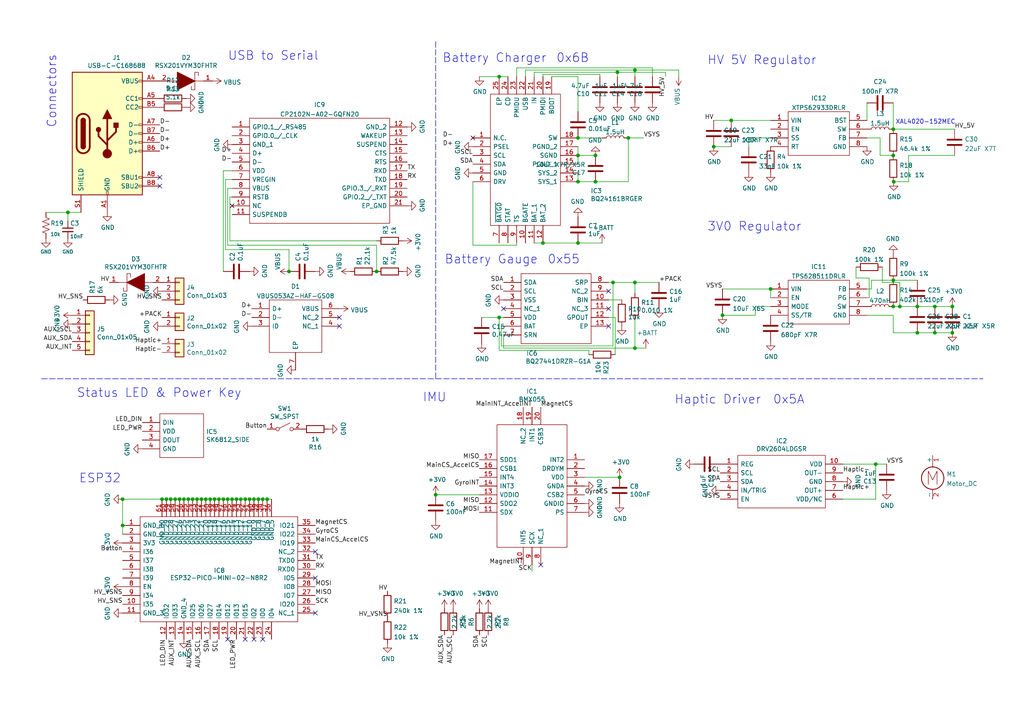
<source format=kicad_sch>
(kicad_sch (version 20210621) (generator eeschema)
  (paper "A4")
  (lib_symbols
    (symbol "-Flag:GND" (power) (pin_names (offset 0))
      (property "Value" "GND" (at 0 -3.81 0))
      (symbol "GND_1_1"
        (pin power_in line (at 0 0 270) (length 0) hide (name "GND") (number "1"))
      )
    )
    (symbol "-Passive:C" (pin_numbers hide) (pin_names (offset 0.254) hide)
      (property "Reference" "C" (at 0.254 1.778 0))
      (property "Value" "C" (at 0.254 -2.032 0))
      (symbol "C_1_1"
        (pin passive line (at 0 2.54 270) (length 2.032) (name "~") (number "1"))
        (pin passive line (at 0 -2.54 90) (length 2.032) (name "~") (number "2"))
      )
    )
    (symbol "-Passive:R" (pin_numbers hide) (pin_names (offset 0))
      (property "Reference" "R" (at 2.54 1.27 0))
      (property "Value" "R" (at 3.81 -2.54 0))
      (symbol "R_1_1"
        (pin passive line (at 0 3.81 270) (length 1.27) (name "~") (number "1"))
        (pin passive line (at 0 -3.81 90) (length 1.27) (name "~") (number "2"))
      )
    )
    (symbol "Connector_Generic:Conn_01x02" (pin_names (offset 1.016) hide)
      (property "Reference" "J" (at 0 2.54 0))
      (property "Value" "Conn_01x02" (at 0 -5.08 0))
      (symbol "Conn_01x02_1_1"
        (pin passive line (at -5.08 0 0) (length 3.81) (name "Pin_1") (number "1"))
        (pin passive line (at -5.08 -2.54 0) (length 3.81) (name "Pin_2") (number "2"))
      )
    )
    (symbol "Connector_Generic:Conn_01x03" (pin_names (offset 1.016) hide)
      (property "Reference" "J" (at 0 5.08 0))
      (property "Value" "Conn_01x03" (at 0 -5.08 0))
      (symbol "Conn_01x03_1_1"
        (pin passive line (at -5.08 2.54 0) (length 3.81) (name "Pin_1") (number "1"))
        (pin passive line (at -5.08 0 0) (length 3.81) (name "Pin_2") (number "2"))
        (pin passive line (at -5.08 -2.54 0) (length 3.81) (name "Pin_3") (number "3"))
      )
    )
    (symbol "Connector_Generic:Conn_01x05" (pin_names (offset 1.016) hide)
      (property "Reference" "J" (at 0 7.62 0))
      (property "Value" "Conn_01x05" (at 0 -7.62 0))
      (symbol "Conn_01x05_1_1"
        (pin passive line (at -5.08 5.08 0) (length 3.81) (name "Pin_1") (number "1"))
        (pin passive line (at -5.08 2.54 0) (length 3.81) (name "Pin_2") (number "2"))
        (pin passive line (at -5.08 0 0) (length 3.81) (name "Pin_3") (number "3"))
        (pin passive line (at -5.08 -2.54 0) (length 3.81) (name "Pin_4") (number "4"))
        (pin passive line (at -5.08 -5.08 0) (length 3.81) (name "Pin_5") (number "5"))
      )
    )
    (symbol "Device:C" (pin_numbers hide) (pin_names (offset 0.254))
      (property "Reference" "C" (at 0.635 2.54 0))
      (property "Value" "C" (at 0.635 -2.54 0))
      (symbol "C_1_1"
        (pin passive line (at 0 3.81 270) (length 2.794) (name "~") (number "1"))
        (pin passive line (at 0 -3.81 90) (length 2.794) (name "~") (number "2"))
      )
    )
    (symbol "Device:L" (pin_numbers hide) (pin_names (offset 1.016) hide)
      (property "Reference" "L" (at -1.27 0 90))
      (property "Value" "L" (at 1.905 0 90))
      (symbol "L_1_1"
        (pin passive line (at 0 3.81 270) (length 1.27) (name "1") (number "1"))
        (pin passive line (at 0 -3.81 90) (length 1.27) (name "2") (number "2"))
      )
    )
    (symbol "Device:R" (pin_numbers hide) (pin_names (offset 0))
      (property "Reference" "R" (at 2.032 0 90))
      (property "Value" "R" (at 0 0 90))
      (symbol "R_1_1"
        (pin passive line (at 0 3.81 270) (length 1.27) (name "~") (number "1"))
        (pin passive line (at 0 -3.81 90) (length 1.27) (name "~") (number "2"))
      )
    )
    (symbol "Motor:Motor_DC" (pin_names (offset 0))
      (property "Reference" "M" (at 2.54 2.54 0))
      (property "Value" "Motor_DC" (at 2.54 -5.08 0))
      (symbol "Motor_DC_1_1"
        (pin passive line (at 0 5.08 270) (length 2.54) (name "+") (number "1"))
        (pin passive line (at 0 -7.62 90) (length 2.54) (name "-") (number "2"))
      )
    )
    (symbol "SamacSys_Parts:BMX055" (pin_names (offset 0.762))
      (property "Reference" "IC" (at 26.67 15.24 0))
      (property "Value" "BMX055" (at 26.67 12.7 0))
      (symbol "BMX055_0_0"
        (pin passive line (at 30.48 0 180) (length 5.08) (name "INT2") (number "1"))
        (pin passive line (at 12.7 -30.48 90) (length 5.08) (name "INT5") (number "10"))
        (pin passive line (at 0 -15.24 0) (length 5.08) (name "SDX") (number "11"))
        (pin passive line (at 0 -12.7 0) (length 5.08) (name "SDO2") (number "12"))
        (pin passive line (at 0 -10.16 0) (length 5.08) (name "VDDIO") (number "13"))
        (pin passive line (at 0 -7.62 0) (length 5.08) (name "INT3") (number "14"))
        (pin passive line (at 0 -5.08 0) (length 5.08) (name "INT4") (number "15"))
        (pin passive line (at 0 -2.54 0) (length 5.08) (name "CSB1") (number "16"))
        (pin passive line (at 0 0 0) (length 5.08) (name "SDO1") (number "17"))
        (pin passive line (at 12.7 15.24 270) (length 5.08) (name "NC_2") (number "18"))
        (pin passive line (at 15.24 15.24 270) (length 5.08) (name "INT1") (number "19"))
        (pin passive line (at 30.48 -2.54 180) (length 5.08) (name "DRDYM") (number "2"))
        (pin passive line (at 17.78 15.24 270) (length 5.08) (name "CSB3") (number "20"))
        (pin passive line (at 30.48 -5.08 180) (length 5.08) (name "VDD") (number "3"))
        (pin passive line (at 30.48 -7.62 180) (length 5.08) (name "GNDA") (number "4"))
        (pin passive line (at 30.48 -10.16 180) (length 5.08) (name "CSB2") (number "5"))
        (pin passive line (at 30.48 -12.7 180) (length 5.08) (name "GNDIO") (number "6"))
        (pin passive line (at 30.48 -15.24 180) (length 5.08) (name "PS") (number "7"))
        (pin passive line (at 17.78 -30.48 90) (length 5.08) (name "NC_1") (number "8"))
        (pin passive line (at 15.24 -30.48 90) (length 5.08) (name "SCX") (number "9"))
      )
    )
    (symbol "SamacSys_Parts:BQ24161BRGER" (pin_names (offset 0.762))
      (property "Reference" "IC" (at 26.67 17.78 0))
      (property "Value" "BQ24161BRGER" (at 26.67 15.24 0))
      (symbol "BQ24161BRGER_0_0"
        (pin no_connect line (at 0 0 0) (length 5.08) (name "N.C.") (number "1"))
        (pin passive line (at 15.24 -30.48 90) (length 5.08) (name "BGATE") (number "10"))
        (pin passive line (at 17.78 -30.48 90) (length 5.08) (name "BAT_1") (number "11"))
        (pin passive line (at 20.32 -30.48 90) (length 5.08) (name "BAT_2") (number "12"))
        (pin passive line (at 30.48 -12.7 180) (length 5.08) (name "SYS_1") (number "13"))
        (pin passive line (at 30.48 -10.16 180) (length 5.08) (name "SYS_2") (number "14"))
        (pin passive line (at 30.48 -7.62 180) (length 5.08) (name "PGND_1") (number "15"))
        (pin passive line (at 30.48 -5.08 180) (length 5.08) (name "SGND") (number "16"))
        (pin passive line (at 30.48 -2.54 180) (length 5.08) (name "PGND_2") (number "17"))
        (pin passive line (at 30.48 0 180) (length 5.08) (name "SW") (number "18"))
        (pin passive line (at 22.86 17.78 270) (length 5.08) (name "BOOT") (number "19"))
        (pin passive line (at 0 -2.54 0) (length 5.08) (name "PSEL") (number "2"))
        (pin passive line (at 20.32 17.78 270) (length 5.08) (name "PMIDI") (number "20"))
        (pin passive line (at 17.78 17.78 270) (length 5.08) (name "IN") (number "21"))
        (pin passive line (at 15.24 17.78 270) (length 5.08) (name "USB") (number "22"))
        (pin passive line (at 12.7 17.78 270) (length 5.08) (name "PMIDU") (number "23"))
        (pin passive line (at 10.16 17.78 270) (length 5.08) (name "CD") (number "24"))
        (pin passive line (at 7.62 17.78 270) (length 5.08) (name "EP") (number "25"))
        (pin passive line (at 0 -5.08 0) (length 5.08) (name "SCL") (number "3"))
        (pin passive line (at 0 -7.62 0) (length 5.08) (name "SDA") (number "4"))
        (pin passive line (at 0 -10.16 0) (length 5.08) (name "GND") (number "5"))
        (pin passive line (at 0 -12.7 0) (length 5.08) (name "DRV") (number "6"))
        (pin passive line (at 7.62 -30.48 90) (length 5.08) (name "~{BATGD}") (number "7"))
        (pin passive line (at 10.16 -30.48 90) (length 5.08) (name "STAT") (number "8"))
        (pin passive line (at 12.7 -30.48 90) (length 5.08) (name "TS") (number "9"))
      )
    )
    (symbol "SamacSys_Parts:BQ27441DRZR-G1A" (pin_names (offset 0.762))
      (property "Reference" "IC" (at 26.67 7.62 0))
      (property "Value" "BQ27441DRZR-G1A" (at 26.67 5.08 0))
      (symbol "BQ27441DRZR-G1A_0_0"
        (pin passive line (at 0 0 0) (length 5.08) (name "SDA") (number "1"))
        (pin passive line (at 30.48 -5.08 180) (length 5.08) (name "BIN") (number "10"))
        (pin passive line (at 30.48 -7.62 180) (length 5.08) (name "NC_3") (number "11"))
        (pin passive line (at 30.48 -10.16 180) (length 5.08) (name "GPOUT") (number "12"))
        (pin passive line (at 30.48 -12.7 180) (length 5.08) (name "EP") (number "13"))
        (pin passive line (at 0 -2.54 0) (length 5.08) (name "SCL") (number "2"))
        (pin passive line (at 0 -5.08 0) (length 5.08) (name "VSS") (number "3"))
        (pin passive line (at 0 -7.62 0) (length 5.08) (name "NC_1") (number "4"))
        (pin passive line (at 0 -10.16 0) (length 5.08) (name "VDD") (number "5"))
        (pin passive line (at 0 -12.7 0) (length 5.08) (name "BAT") (number "6"))
        (pin passive line (at 0 -15.24 0) (length 5.08) (name "SRN") (number "7"))
        (pin passive line (at 30.48 0 180) (length 5.08) (name "SRP") (number "8"))
        (pin passive line (at 30.48 -2.54 180) (length 5.08) (name "NC_2") (number "9"))
      )
    )
    (symbol "SamacSys_Parts:CP2102N-A02-GQFN20" (pin_names (offset 0.762))
      (property "Reference" "IC" (at 46.99 7.62 0))
      (property "Value" "CP2102N-A02-GQFN20" (at 46.99 5.08 0))
      (symbol "CP2102N-A02-GQFN20_0_0"
        (pin passive line (at 0 0 0) (length 5.08) (name "GPIO.1_/_RS485") (number "1"))
        (pin no_connect line (at 0 -22.86 0) (length 5.08) (name "NC") (number "10"))
        (pin passive line (at 0 -25.4 0) (length 5.08) (name "SUSPENDB") (number "11"))
        (pin passive line (at 50.8 0 180) (length 5.08) (name "GND_2") (number "12"))
        (pin passive line (at 50.8 -2.54 180) (length 5.08) (name "WAKEUP") (number "13"))
        (pin passive line (at 50.8 -5.08 180) (length 5.08) (name "SUSPEND") (number "14"))
        (pin passive line (at 50.8 -7.62 180) (length 5.08) (name "CTS") (number "15"))
        (pin passive line (at 50.8 -10.16 180) (length 5.08) (name "RTS") (number "16"))
        (pin passive line (at 50.8 -12.7 180) (length 5.08) (name "RXD") (number "17"))
        (pin passive line (at 50.8 -15.24 180) (length 5.08) (name "TXD") (number "18"))
        (pin passive line (at 50.8 -17.78 180) (length 5.08) (name "GPIO.3_/_RXT") (number "19"))
        (pin passive line (at 0 -2.54 0) (length 5.08) (name "GPIO.0_/_CLK") (number "2"))
        (pin passive line (at 50.8 -20.32 180) (length 5.08) (name "GPIO.2_/_TXT") (number "20"))
        (pin passive line (at 50.8 -22.86 180) (length 5.08) (name "EP_GND") (number "21"))
        (pin passive line (at 0 -5.08 0) (length 5.08) (name "GND_1") (number "3"))
        (pin passive line (at 0 -7.62 0) (length 5.08) (name "D+") (number "4"))
        (pin passive line (at 0 -10.16 0) (length 5.08) (name "D-") (number "5"))
        (pin passive line (at 0 -12.7 0) (length 5.08) (name "VDD") (number "6"))
        (pin passive line (at 0 -15.24 0) (length 5.08) (name "VREGIN") (number "7"))
        (pin passive line (at 0 -17.78 0) (length 5.08) (name "VBUS") (number "8"))
        (pin passive line (at 0 -20.32 0) (length 5.08) (name "RSTB") (number "9"))
      )
    )
    (symbol "SamacSys_Parts:DRV2604LDGSR" (pin_names (offset 0.762))
      (property "Reference" "IC" (at 31.75 7.62 0))
      (property "Value" "DRV2604LDGSR" (at 31.75 5.08 0))
      (symbol "DRV2604LDGSR_0_0"
        (pin passive line (at 0 0 0) (length 5.08) (name "REG") (number "1"))
        (pin passive line (at 35.56 0 180) (length 5.08) (name "VDD") (number "10"))
        (pin passive line (at 0 -2.54 0) (length 5.08) (name "SCL") (number "2"))
        (pin passive line (at 0 -5.08 0) (length 5.08) (name "SDA") (number "3"))
        (pin passive line (at 0 -7.62 0) (length 5.08) (name "IN/TRIG") (number "4"))
        (pin passive line (at 0 -10.16 0) (length 5.08) (name "EN") (number "5"))
        (pin passive line (at 35.56 -10.16 180) (length 5.08) (name "VDD/NC") (number "6"))
        (pin passive line (at 35.56 -7.62 180) (length 5.08) (name "OUT+") (number "7"))
        (pin passive line (at 35.56 -5.08 180) (length 5.08) (name "GND") (number "8"))
        (pin passive line (at 35.56 -2.54 180) (length 5.08) (name "OUT-") (number "9"))
      )
    )
    (symbol "SamacSys_Parts:ESP32-PICO-MINI-02-N8R2" (pin_names (offset 0.762))
      (property "Reference" "IC" (at 24.13 8.89 0))
      (property "Value" "ESP32-PICO-MINI-02-N8R2" (at 24.13 6.35 0))
      (symbol "ESP32-PICO-MINI-02-N8R2_0_0"
        (pin passive line (at -27.94 2.54 0) (length 5.08) (name "GND_1") (number "1"))
        (pin passive line (at -27.94 -20.32 0) (length 5.08) (name "I35") (number "10"))
        (pin passive line (at -27.94 -22.86 0) (length 5.08) (name "GND_3") (number "11"))
        (pin passive line (at -15.24 -30.48 90) (length 5.08) (name "IO32") (number "12"))
        (pin passive line (at -12.7 -30.48 90) (length 5.08) (name "IO33") (number "13"))
        (pin passive line (at -10.16 -30.48 90) (length 5.08) (name "GND_4") (number "14"))
        (pin passive line (at -7.62 -30.48 90) (length 5.08) (name "IO25") (number "15"))
        (pin passive line (at -5.08 -30.48 90) (length 5.08) (name "IO26") (number "16"))
        (pin passive line (at -2.54 -30.48 90) (length 5.08) (name "IO27") (number "17"))
        (pin passive line (at 0 -30.48 90) (length 5.08) (name "IO14") (number "18"))
        (pin passive line (at 2.54 -30.48 90) (length 5.08) (name "IO12") (number "19"))
        (pin passive line (at -27.94 0 0) (length 5.08) (name "GND_2") (number "2"))
        (pin passive line (at 5.08 -30.48 90) (length 5.08) (name "IO13") (number "20"))
        (pin passive line (at 7.62 -30.48 90) (length 5.08) (name "IO15") (number "21"))
        (pin passive line (at 10.16 -30.48 90) (length 5.08) (name "IO2") (number "22"))
        (pin passive line (at 12.7 -30.48 90) (length 5.08) (name "IO0") (number "23"))
        (pin passive line (at 15.24 -30.48 90) (length 5.08) (name "IO4") (number "24"))
        (pin passive line (at 27.94 -22.86 180) (length 5.08) (name "NC_1") (number "25"))
        (pin passive line (at 27.94 -20.32 180) (length 5.08) (name "IO20") (number "26"))
        (pin passive line (at 27.94 -17.78 180) (length 5.08) (name "IO7") (number "27"))
        (pin passive line (at 27.94 -15.24 180) (length 5.08) (name "IO8") (number "28"))
        (pin passive line (at 27.94 -12.7 180) (length 5.08) (name "IO5") (number "29"))
        (pin passive line (at -27.94 -2.54 0) (length 5.08) (name "3V3") (number "3"))
        (pin passive line (at 27.94 -10.16 180) (length 5.08) (name "RXD0") (number "30"))
        (pin passive line (at 27.94 -7.62 180) (length 5.08) (name "TXD0") (number "31"))
        (pin passive line (at 27.94 -5.08 180) (length 5.08) (name "NC_2") (number "32"))
        (pin passive line (at 27.94 -2.54 180) (length 5.08) (name "IO19") (number "33"))
        (pin passive line (at 27.94 0 180) (length 5.08) (name "IO22") (number "34"))
        (pin passive line (at 27.94 2.54 180) (length 5.08) (name "IO21") (number "35"))
        (pin passive line (at 15.24 10.16 270) (length 5.08) (name "GND_5") (number "36"))
        (pin passive line (at 13.97 10.16 270) (length 5.08) (name "GND_6") (number "37"))
        (pin passive line (at 12.7 10.16 270) (length 5.08) (name "GND_7") (number "38"))
        (pin passive line (at 11.43 10.16 270) (length 5.08) (name "GND_8") (number "39"))
        (pin passive line (at -27.94 -5.08 0) (length 5.08) (name "I36") (number "4"))
        (pin passive line (at 10.16 10.16 270) (length 5.08) (name "GND_9") (number "40"))
        (pin passive line (at 8.89 10.16 270) (length 5.08) (name "GND_10") (number "41"))
        (pin passive line (at 7.62 10.16 270) (length 5.08) (name "GND_11") (number "42"))
        (pin passive line (at 6.35 10.16 270) (length 5.08) (name "GND_12") (number "43"))
        (pin passive line (at 5.08 10.16 270) (length 5.08) (name "GND_13") (number "44"))
        (pin passive line (at 3.81 10.16 270) (length 5.08) (name "GND_14") (number "45"))
        (pin passive line (at 2.54 10.16 270) (length 5.08) (name "GND_15") (number "46"))
        (pin passive line (at 1.27 10.16 270) (length 5.08) (name "GND_16") (number "47"))
        (pin passive line (at 0 10.16 270) (length 5.08) (name "GND_17") (number "48"))
        (pin passive line (at -1.27 10.16 270) (length 5.08) (name "GND_18") (number "49"))
        (pin passive line (at -27.94 -7.62 0) (length 5.08) (name "I37") (number "5"))
        (pin passive line (at -2.54 10.16 270) (length 5.08) (name "GND_19") (number "50"))
        (pin passive line (at -3.81 10.16 270) (length 5.08) (name "GND_20") (number "51"))
        (pin passive line (at -5.08 10.16 270) (length 5.08) (name "GND_21") (number "52"))
        (pin passive line (at -6.35 10.16 270) (length 5.08) (name "GND_22") (number "53"))
        (pin passive line (at -7.62 10.16 270) (length 5.08) (name "GND_23") (number "54"))
        (pin passive line (at -8.89 10.16 270) (length 5.08) (name "GND_24") (number "55"))
        (pin passive line (at -10.16 10.16 270) (length 5.08) (name "GND_25") (number "56"))
        (pin passive line (at -11.43 10.16 270) (length 5.08) (name "GND_26") (number "57"))
        (pin passive line (at -12.7 10.16 270) (length 5.08) (name "GND_27") (number "58"))
        (pin passive line (at -13.97 10.16 270) (length 5.08) (name "GND_28") (number "59"))
        (pin passive line (at -27.94 -10.16 0) (length 5.08) (name "I38") (number "6"))
        (pin passive line (at -15.24 10.16 270) (length 5.08) (name "GND_29") (number "60"))
        (pin passive line (at -16.51 10.16 270) (length 5.08) (name "GND_30") (number "61"))
        (pin passive line (at -27.94 -12.7 0) (length 5.08) (name "I39") (number "7"))
        (pin passive line (at -27.94 -15.24 0) (length 5.08) (name "EN") (number "8"))
        (pin passive line (at -27.94 -17.78 0) (length 5.08) (name "I34") (number "9"))
      )
    )
    (symbol "SamacSys_Parts:RSX201VYM30FHTR" (pin_names (offset 0.762))
      (property "Reference" "D" (at 12.7 8.89 0))
      (property "Value" "RSX201VYM30FHTR" (at 12.7 6.35 0))
      (symbol "RSX201VYM30FHTR_0_0"
        (pin passive line (at 2.54 0 0) (length 2.54) (name "~") (number "1"))
        (pin passive line (at 17.78 0 180) (length 2.54) (name "~") (number "2"))
      )
    )
    (symbol "SamacSys_Parts:SK6812_SIDE" (pin_names (offset 0.762))
      (property "Reference" "IC" (at 19.05 7.62 0))
      (property "Value" "SK6812_SIDE" (at 19.05 5.08 0))
      (symbol "SK6812_SIDE_0_0"
        (pin passive line (at 0 0 0) (length 5.08) (name "DIN") (number "1"))
        (pin passive line (at 0 -2.54 0) (length 5.08) (name "VDD") (number "2"))
        (pin passive line (at 0 -5.08 0) (length 5.08) (name "DOUT") (number "3"))
        (pin passive line (at 0 -7.62 0) (length 5.08) (name "GND") (number "4"))
      )
    )
    (symbol "SamacSys_Parts:TPS628511DRLR" (pin_names (offset 0.762))
      (property "Reference" "IC" (at 24.13 7.62 0))
      (property "Value" "TPS628511DRLR" (at 24.13 5.08 0))
      (symbol "TPS628511DRLR_0_0"
        (pin passive line (at 0 0 0) (length 5.08) (name "VIN") (number "1"))
        (pin passive line (at 0 -2.54 0) (length 5.08) (name "EN") (number "2"))
        (pin passive line (at 0 -5.08 0) (length 5.08) (name "MODE") (number "3"))
        (pin passive line (at 0 -7.62 0) (length 5.08) (name "SS/TR") (number "4"))
        (pin passive line (at 27.94 0 180) (length 5.08) (name "FB") (number "5"))
        (pin passive line (at 27.94 -2.54 180) (length 5.08) (name "PG") (number "6"))
        (pin passive line (at 27.94 -5.08 180) (length 5.08) (name "SW") (number "7"))
        (pin passive line (at 27.94 -7.62 180) (length 5.08) (name "GND") (number "8"))
      )
    )
    (symbol "SamacSys_Parts:VBUS053AZ-HAF-GS08" (pin_names (offset 0.762))
      (property "Reference" "D" (at 21.59 7.62 0))
      (property "Value" "VBUS053AZ-HAF-GS08" (at 21.59 5.08 0))
      (symbol "VBUS053AZ-HAF-GS08_0_0"
        (pin passive line (at 0 0 0) (length 5.08) (name "D+") (number "1"))
        (pin passive line (at 0 -2.54 0) (length 5.08) (name "D-") (number "2"))
        (pin passive line (at 0 -5.08 0) (length 5.08) (name "ID") (number "3"))
        (pin passive line (at 25.4 -5.08 180) (length 5.08) (name "NC_1") (number "4"))
        (pin passive line (at 25.4 -2.54 180) (length 5.08) (name "NC_2") (number "5"))
        (pin passive line (at 25.4 0 180) (length 5.08) (name "VBUS") (number "6"))
        (pin passive line (at 12.7 -17.78 90) (length 5.08) (name "EP") (number "7"))
      )
    )
    (symbol "Switch:SW_SPST" (pin_names (offset 0) hide)
      (property "Reference" "SW" (at 0 3.175 0))
      (property "Value" "SW_SPST" (at 0 -2.54 0))
      (symbol "SW_SPST_1_1"
        (pin passive line (at -5.08 0 0) (length 2.54) (name "A") (number "1"))
        (pin passive line (at 5.08 0 180) (length 2.54) (name "B") (number "2"))
      )
    )
    (symbol "TPS628511DRLR_1" (pin_names (offset 0.762))
      (property "Reference" "IC12" (at 13.97 6.4558 0))
      (property "Value" "TPS628511DRLR_1" (at 13.97 3.6807 0))
      (symbol "TPS628511DRLR_1_0_0"
        (pin passive line (at 0 0 0) (length 5.08) (name "VIN") (number "1"))
        (pin passive line (at 0 -2.54 0) (length 5.08) (name "EN") (number "2"))
        (pin passive line (at 0 -5.08 0) (length 5.08) (name "SS") (number "3"))
        (pin passive line (at 0 -7.62 0) (length 5.08) (name "RT") (number "4"))
        (pin passive line (at 27.94 0 180) (length 5.08) (name "BST") (number "5"))
        (pin passive line (at 27.94 -2.54 180) (length 5.08) (name "SW") (number "6"))
        (pin passive line (at 27.94 -5.08 180) (length 5.08) (name "FB") (number "7"))
        (pin passive line (at 27.94 -7.62 180) (length 5.08) (name "GND") (number "8"))
      )
    )
    (symbol "nrfmicro:USB-C-C168688" (pin_names (offset 1.016))
      (property "Reference" "J" (at -10.16 19.05 0))
      (property "Value" "USB-C-C168688" (at 19.05 19.05 0))
      (symbol "USB-C-C168688_1_1"
        (pin power_in line (at 0 -22.86 90) (length 5.08) (name "GND") (number "A1"))
        (pin power_in line (at 15.24 15.24 180) (length 5.08) (name "VBUS") (number "A4"))
        (pin bidirectional line (at 15.24 10.16 180) (length 5.08) (name "CC1") (number "A5"))
        (pin bidirectional line (at 15.24 -2.54 180) (length 5.08) (name "D+") (number "A6"))
        (pin bidirectional line (at 15.24 2.54 180) (length 5.08) (name "D-") (number "A7"))
        (pin bidirectional line (at 15.24 -12.7 180) (length 5.08) (name "SBU1") (number "A8"))
        (pin bidirectional line (at 15.24 7.62 180) (length 5.08) (name "CC2") (number "B5"))
        (pin bidirectional line (at 15.24 -5.08 180) (length 5.08) (name "D+") (number "B6"))
        (pin bidirectional line (at 15.24 0 180) (length 5.08) (name "D-") (number "B7"))
        (pin bidirectional line (at 15.24 -15.24 180) (length 5.08) (name "SBU2") (number "B8"))
        (pin passive line (at -7.62 -22.86 90) (length 5.08) (name "SHIELD") (number "S1"))
      )
    )
    (symbol "power:+3V0" (power) (pin_names (offset 0))
      (property "Value" "+3V0" (at 0 3.556 0))
      (symbol "+3V0_1_1"
        (pin power_in line (at 0 0 90) (length 0) hide (name "+3V0") (number "1"))
      )
    )
    (symbol "power:+BATT" (power) (pin_names (offset 0))
      (property "Value" "+BATT" (at 0 3.556 0))
      (symbol "+BATT_1_1"
        (pin power_in line (at 0 0 90) (length 0) hide (name "+BATT") (number "1"))
      )
    )
    (symbol "power:GND" (power) (pin_names (offset 0))
      (property "Value" "GND" (at 0 -3.81 0))
      (symbol "GND_1_1"
        (pin power_in line (at 0 0 270) (length 0) hide (name "GND") (number "1"))
      )
    )
    (symbol "power:VBUS" (power) (pin_names (offset 0))
      (property "Value" "VBUS" (at 0 3.81 0))
      (symbol "VBUS_1_1"
        (pin power_in line (at 0 0 90) (length 0) hide (name "VBUS") (number "1"))
      )
    )
  )
  (junction (at 19.685 61.595))
  (junction (at 35.56 144.78))
  (junction (at 35.56 152.4))
  (junction (at 46.99 144.78))
  (junction (at 48.26 144.78))
  (junction (at 49.53 144.78))
  (junction (at 50.8 144.78))
  (junction (at 52.07 144.78))
  (junction (at 53.34 144.78))
  (junction (at 54.61 144.78))
  (junction (at 55.88 144.78))
  (junction (at 57.15 144.78))
  (junction (at 58.42 144.78))
  (junction (at 59.69 144.78))
  (junction (at 60.96 144.78))
  (junction (at 62.23 144.78))
  (junction (at 63.5 144.78))
  (junction (at 64.77 144.78))
  (junction (at 66.04 144.78))
  (junction (at 67.31 144.78))
  (junction (at 68.58 144.78))
  (junction (at 69.85 144.78))
  (junction (at 71.12 144.78))
  (junction (at 72.39 144.78))
  (junction (at 73.66 144.78))
  (junction (at 74.93 144.78))
  (junction (at 76.2 144.78))
  (junction (at 77.47 144.78))
  (junction (at 83.82 78.74))
  (junction (at 109.22 78.74))
  (junction (at 126.365 143.51))
  (junction (at 144.78 22.225))
  (junction (at 144.78 92.075))
  (junction (at 157.48 70.485))
  (junction (at 167.64 40.005))
  (junction (at 167.64 45.085))
  (junction (at 167.64 52.705))
  (junction (at 167.64 70.485))
  (junction (at 172.72 45.085))
  (junction (at 172.72 52.705))
  (junction (at 177.8 81.915))
  (junction (at 179.07 20.955))
  (junction (at 179.705 138.43))
  (junction (at 182.245 40.005))
  (junction (at 184.15 20.32))
  (junction (at 184.15 81.915))
  (junction (at 184.15 100.965))
  (junction (at 207.01 42.545))
  (junction (at 209.55 91.44))
  (junction (at 212.09 34.925))
  (junction (at 223.52 83.82))
  (junction (at 254 134.62))
  (junction (at 259.08 37.465))
  (junction (at 259.08 45.085))
  (junction (at 259.08 81.28))
  (junction (at 259.08 88.9))
  (junction (at 259.2095 52.705))
  (junction (at 260.985 88.9))
  (junction (at 266.065 88.9))
  (junction (at 266.065 96.52))
  (junction (at 271.145 88.9))
  (junction (at 271.145 96.52))
  (junction (at 276.225 88.9))
  (junction (at 276.225 96.52))
  (no_connect (at 46.355 51.435))
  (no_connect (at 46.355 53.975))
  (no_connect (at 66.04 185.42))
  (no_connect (at 67.31 59.69))
  (no_connect (at 71.12 185.42))
  (no_connect (at 73.66 185.42))
  (no_connect (at 76.2 185.42))
  (no_connect (at 91.44 160.02))
  (no_connect (at 91.44 167.64))
  (no_connect (at 91.44 177.8))
  (no_connect (at 98.425 92.075))
  (no_connect (at 98.425 94.615))
  (no_connect (at 137.16 40.005))
  (no_connect (at 146.05 89.535))
  (no_connect (at 156.845 163.83))
  (no_connect (at 176.53 84.455))
  (no_connect (at 176.53 89.535))
  (no_connect (at 176.53 94.615))
  (wire (pts (xy 19.685 61.595) (xy 13.335 61.595)))
  (wire (pts (xy 19.685 61.595) (xy 23.495 61.595)))
  (wire (pts (xy 19.685 64.135) (xy 19.685 61.595)))
  (wire (pts (xy 35.56 144.78) (xy 46.99 144.78)))
  (wire (pts (xy 35.56 152.4) (xy 35.56 144.78)))
  (wire (pts (xy 35.56 154.94) (xy 35.56 152.4)))
  (wire (pts (xy 46.99 144.78) (xy 48.26 144.78)))
  (wire (pts (xy 48.26 144.78) (xy 49.53 144.78)))
  (wire (pts (xy 49.53 144.78) (xy 50.8 144.78)))
  (wire (pts (xy 50.8 144.78) (xy 52.07 144.78)))
  (wire (pts (xy 52.07 144.78) (xy 53.34 144.78)))
  (wire (pts (xy 53.34 144.78) (xy 54.61 144.78)))
  (wire (pts (xy 54.61 144.78) (xy 55.88 144.78)))
  (wire (pts (xy 55.88 144.78) (xy 57.15 144.78)))
  (wire (pts (xy 57.15 144.78) (xy 58.42 144.78)))
  (wire (pts (xy 58.42 144.78) (xy 59.69 144.78)))
  (wire (pts (xy 59.69 144.78) (xy 60.96 144.78)))
  (wire (pts (xy 60.96 144.78) (xy 62.23 144.78)))
  (wire (pts (xy 62.23 144.78) (xy 63.5 144.78)))
  (wire (pts (xy 63.5 144.78) (xy 64.77 144.78)))
  (wire (pts (xy 64.77 49.53) (xy 64.77 78.74)))
  (wire (pts (xy 64.77 49.53) (xy 67.31 49.53)))
  (wire (pts (xy 64.77 144.78) (xy 66.04 144.78)))
  (wire (pts (xy 65.405 52.07) (xy 67.31 52.07)))
  (wire (pts (xy 65.405 72.39) (xy 65.405 52.07)))
  (wire (pts (xy 65.405 72.39) (xy 83.82 72.39)))
  (wire (pts (xy 66.04 54.61) (xy 67.31 54.61)))
  (wire (pts (xy 66.04 71.12) (xy 66.04 54.61)))
  (wire (pts (xy 66.04 144.78) (xy 67.31 144.78)))
  (wire (pts (xy 66.675 57.15) (xy 66.675 69.85)))
  (wire (pts (xy 66.675 69.85) (xy 109.22 69.85)))
  (wire (pts (xy 67.31 57.15) (xy 66.675 57.15)))
  (wire (pts (xy 67.31 144.78) (xy 68.58 144.78)))
  (wire (pts (xy 68.58 144.78) (xy 69.85 144.78)))
  (wire (pts (xy 69.85 144.78) (xy 71.12 144.78)))
  (wire (pts (xy 71.12 144.78) (xy 72.39 144.78)))
  (wire (pts (xy 72.39 144.78) (xy 73.66 144.78)))
  (wire (pts (xy 73.66 144.78) (xy 74.93 144.78)))
  (wire (pts (xy 74.93 144.78) (xy 76.2 144.78)))
  (wire (pts (xy 76.2 144.78) (xy 77.47 144.78)))
  (wire (pts (xy 77.47 144.78) (xy 78.74 144.78)))
  (wire (pts (xy 83.82 72.39) (xy 83.82 78.74)))
  (wire (pts (xy 109.22 71.12) (xy 66.04 71.12)))
  (wire (pts (xy 109.22 71.12) (xy 109.22 78.74)))
  (wire (pts (xy 137.16 52.705) (xy 137.16 71.12)))
  (wire (pts (xy 137.16 71.12) (xy 149.86 71.12)))
  (wire (pts (xy 139.065 22.225) (xy 144.78 22.225)))
  (wire (pts (xy 139.065 143.51) (xy 126.365 143.51)))
  (wire (pts (xy 144.78 92.075) (xy 139.7 92.075)))
  (wire (pts (xy 144.78 101.6) (xy 144.78 92.075)))
  (wire (pts (xy 145.415 94.615) (xy 145.415 100.33)))
  (wire (pts (xy 145.415 100.33) (xy 177.8 100.33)))
  (wire (pts (xy 146.05 92.075) (xy 144.78 92.075)))
  (wire (pts (xy 146.05 94.615) (xy 145.415 94.615)))
  (wire (pts (xy 146.05 97.155) (xy 146.05 100.965)))
  (wire (pts (xy 146.05 100.965) (xy 184.15 100.965)))
  (wire (pts (xy 147.32 22.225) (xy 144.78 22.225)))
  (wire (pts (xy 149.86 19.685) (xy 189.23 19.685)))
  (wire (pts (xy 149.86 22.225) (xy 149.86 19.685)))
  (wire (pts (xy 149.86 71.12) (xy 149.86 70.485)))
  (wire (pts (xy 152.4 20.32) (xy 184.15 20.32)))
  (wire (pts (xy 152.4 22.225) (xy 152.4 20.32)))
  (wire (pts (xy 154.305 165.735) (xy 154.305 163.83)))
  (wire (pts (xy 154.94 20.955) (xy 179.07 20.955)))
  (wire (pts (xy 154.94 22.225) (xy 154.94 20.955)))
  (wire (pts (xy 154.94 70.485) (xy 157.48 70.485)))
  (wire (pts (xy 157.48 21.59) (xy 173.99 21.59)))
  (wire (pts (xy 157.48 22.225) (xy 157.48 21.59)))
  (wire (pts (xy 167.64 22.225) (xy 160.02 22.225)))
  (wire (pts (xy 167.64 32.385) (xy 167.64 22.225)))
  (wire (pts (xy 167.64 40.005) (xy 174.625 40.005)))
  (wire (pts (xy 167.64 42.545) (xy 167.64 45.085)))
  (wire (pts (xy 167.64 45.085) (xy 167.64 47.625)))
  (wire (pts (xy 167.64 45.085) (xy 172.72 45.085)))
  (wire (pts (xy 167.64 50.165) (xy 167.64 52.705)))
  (wire (pts (xy 167.64 52.705) (xy 172.72 52.705)))
  (wire (pts (xy 167.64 70.485) (xy 157.48 70.485)))
  (wire (pts (xy 169.545 138.43) (xy 179.705 138.43)))
  (wire (pts (xy 170.815 101.6) (xy 144.78 101.6)))
  (wire (pts (xy 170.815 102.87) (xy 170.815 101.6)))
  (wire (pts (xy 172.72 52.705) (xy 182.245 52.705)))
  (wire (pts (xy 173.99 21.59) (xy 173.99 22.225)))
  (wire (pts (xy 174.625 70.485) (xy 167.64 70.485)))
  (wire (pts (xy 176.53 86.995) (xy 180.34 86.995)))
  (wire (pts (xy 176.53 92.075) (xy 178.435 92.075)))
  (wire (pts (xy 177.8 81.915) (xy 176.53 81.915)))
  (wire (pts (xy 177.8 100.33) (xy 177.8 81.915)))
  (wire (pts (xy 178.435 92.075) (xy 178.435 102.87)))
  (wire (pts (xy 179.07 20.955) (xy 179.07 22.225)))
  (wire (pts (xy 182.245 52.705) (xy 182.245 40.005)))
  (wire (pts (xy 184.15 20.32) (xy 184.15 22.225)))
  (wire (pts (xy 184.15 20.32) (xy 196.85 20.32)))
  (wire (pts (xy 184.15 81.915) (xy 177.8 81.915)))
  (wire (pts (xy 184.15 81.915) (xy 184.15 85.09)))
  (wire (pts (xy 184.15 100.965) (xy 184.15 92.71)))
  (wire (pts (xy 184.15 100.965) (xy 187.325 100.965)))
  (wire (pts (xy 186.69 40.005) (xy 182.245 40.005)))
  (wire (pts (xy 189.23 19.685) (xy 189.23 22.225)))
  (wire (pts (xy 191.135 81.915) (xy 184.15 81.915)))
  (wire (pts (xy 193.04 20.955) (xy 179.07 20.955)))
  (wire (pts (xy 193.04 22.225) (xy 193.04 20.955)))
  (wire (pts (xy 196.85 20.32) (xy 196.85 22.225)))
  (wire (pts (xy 207.01 34.925) (xy 212.09 34.925)))
  (wire (pts (xy 207.01 42.545) (xy 212.09 42.545)))
  (wire (pts (xy 209.55 83.82) (xy 223.52 83.82)))
  (wire (pts (xy 209.55 91.44) (xy 219.075 91.44)))
  (wire (pts (xy 212.09 34.925) (xy 223.52 34.925)))
  (wire (pts (xy 217.17 40.005) (xy 223.52 40.005)))
  (wire (pts (xy 217.17 42.545) (xy 217.17 40.005)))
  (wire (pts (xy 219.075 88.9) (xy 219.075 91.44)))
  (wire (pts (xy 223.52 86.36) (xy 223.52 83.82)))
  (wire (pts (xy 223.52 88.9) (xy 219.075 88.9)))
  (wire (pts (xy 244.475 134.62) (xy 254 134.62)))
  (wire (pts (xy 244.475 144.78) (xy 254 144.78)))
  (wire (pts (xy 248.285 77.47) (xy 248.285 80.645)))
  (wire (pts (xy 251.46 29.845) (xy 251.46 34.925)))
  (wire (pts (xy 251.46 40.005) (xy 255.27 40.005)))
  (wire (pts (xy 251.46 83.82) (xy 252.73 83.82)))
  (wire (pts (xy 251.46 86.36) (xy 252.095 86.36)))
  (wire (pts (xy 251.46 91.44) (xy 259.08 91.44)))
  (wire (pts (xy 252.095 80.645) (xy 248.285 80.645)))
  (wire (pts (xy 252.095 86.36) (xy 252.095 80.645)))
  (wire (pts (xy 252.73 81.28) (xy 259.08 81.28)))
  (wire (pts (xy 252.73 83.82) (xy 252.73 81.28)))
  (wire (pts (xy 254 134.62) (xy 257.175 134.62)))
  (wire (pts (xy 254 144.78) (xy 254 134.62)))
  (wire (pts (xy 255.27 40.005) (xy 255.27 45.085)))
  (wire (pts (xy 255.27 45.085) (xy 259.08 45.085)))
  (wire (pts (xy 255.905 77.47) (xy 255.905 81.915)))
  (wire (pts (xy 255.905 81.915) (xy 260.985 81.915)))
  (wire (pts (xy 259.08 37.465) (xy 259.08 29.845)))
  (wire (pts (xy 259.08 37.465) (xy 276.86 37.465)))
  (wire (pts (xy 259.08 88.9) (xy 260.985 88.9)))
  (wire (pts (xy 259.08 91.44) (xy 259.08 96.52)))
  (wire (pts (xy 259.08 96.52) (xy 266.065 96.52)))
  (wire (pts (xy 259.2095 52.705) (xy 259.08 52.705)))
  (wire (pts (xy 260.985 81.915) (xy 260.985 88.9)))
  (wire (pts (xy 260.985 88.9) (xy 266.065 88.9)))
  (wire (pts (xy 263.525 45.085) (xy 263.525 52.705)))
  (wire (pts (xy 263.525 45.085) (xy 276.86 45.085)))
  (wire (pts (xy 263.525 52.705) (xy 259.2095 52.705)))
  (wire (pts (xy 266.065 81.28) (xy 259.08 81.28)))
  (wire (pts (xy 266.065 88.9) (xy 271.145 88.9)))
  (wire (pts (xy 271.145 88.9) (xy 276.225 88.9)))
  (wire (pts (xy 271.145 96.52) (xy 266.065 96.52)))
  (wire (pts (xy 276.225 96.52) (xy 271.145 96.52)))
  (polyline (pts (xy 12.065 109.855) (xy 285.115 109.855)) (stroke (width 0) (type dash)))
  (polyline (pts (xy 126.365 12.065) (xy 126.365 109.855)) (stroke (width 0) (type dash)))
  (text "Connectors" (at 16.51 15.875 270) (effects (font (size 2.54 2.54)) (justify right bottom)))
  (text "Status LED & Power Key" (at 22.225 115.57 0) (effects (font (size 2.54 2.54)) (justify left bottom)))
  (text "ESP32" (at 22.86 140.335 0) (effects (font (size 2.54 2.54)) (justify left bottom)))
  (text "USB to Serial" (at 66.04 17.78 0) (effects (font (size 2.54 2.54)) (justify left bottom)))
  (text "IMU" (at 122.555 116.84 0) (effects (font (size 2.54 2.54)) (justify left bottom)))
  (text "Battery Charger" (at 128.27 18.415 0) (effects (font (size 2.54 2.54)) (justify left bottom)))
  (text "Battery Gauge" (at 128.905 76.835 0) (effects (font (size 2.54 2.54)) (justify left bottom)))
  (text "0x55" (at 158.75 76.835 0) (effects (font (size 2.54 2.54)) (justify left bottom)))
  (text "0x6B" (at 161.29 18.415 0) (effects (font (size 2.54 2.54)) (justify left bottom)))
  (text "Haptic Driver" (at 195.58 117.475 0) (effects (font (size 2.54 2.54)) (justify left bottom)))
  (text "HV 5V Regulator" (at 205.105 19.05 0) (effects (font (size 2.54 2.54)) (justify left bottom)))
  (text "3V0 Regulator" (at 205.105 67.31 0) (effects (font (size 2.54 2.54)) (justify left bottom)))
  (text "0x5A" (at 224.155 117.475 0) (effects (font (size 2.54 2.54)) (justify left bottom)))
  (text "XAL4020-152MEC" (at 259.715 36.195 0) (effects (font (size 1.27 1.27)) (justify left bottom)))
  (label "AUX_SCL" (at 20.955 96.52 180))
  (label "AUX_SDA" (at 20.955 99.06 180))
  (label "AUX_INT" (at 20.955 101.6 180))
  (label "HV_SNS" (at 24.13 86.995 180))
  (label "HV" (at 31.75 81.915 180))
  (label "Button" (at 35.56 160.02 180))
  (label "HV_VSNS" (at 35.56 172.72 180))
  (label "HV_SNS" (at 35.56 175.26 180))
  (label "LED_DIN" (at 41.275 122.555 180))
  (label "LED_PWR" (at 41.275 125.095 180))
  (label "D-" (at 46.355 36.195 0))
  (label "D-" (at 46.355 38.735 0))
  (label "D+" (at 46.355 41.275 0))
  (label "D+" (at 46.355 43.815 0))
  (label "HV_SNS" (at 46.99 86.995 180))
  (label "+PACK" (at 46.99 92.075 180))
  (label "Haptic+" (at 46.99 99.695 180))
  (label "Haptic-" (at 46.99 102.235 180))
  (label "LED_DIN" (at 48.26 185.42 270))
  (label "AUX_INT" (at 50.8 185.42 270))
  (label "AUX_SDA" (at 55.88 185.42 270))
  (label "AUX_SCL" (at 58.42 185.42 270))
  (label "SDA" (at 60.96 185.42 270))
  (label "SCL" (at 63.5 185.42 270))
  (label "D+" (at 67.31 44.45 180))
  (label "D-" (at 67.31 46.99 180))
  (label "LED_PWR" (at 68.58 185.42 270))
  (label "D+" (at 73.025 89.535 180))
  (label "D-" (at 73.025 92.075 180))
  (label "Button" (at 77.47 124.46 180))
  (label "MagnetCS" (at 91.44 152.4 0))
  (label "GyroCS" (at 91.44 154.94 0))
  (label "MainCS_AccelCS" (at 91.44 157.48 0))
  (label "TX" (at 91.44 162.56 0))
  (label "RX" (at 91.44 165.1 0))
  (label "MOSI" (at 91.44 170.18 0))
  (label "MISO" (at 91.44 172.72 0))
  (label "SCK" (at 91.44 175.26 0))
  (label "HV" (at 112.395 171.45 180))
  (label "HV_VSNS" (at 112.395 179.07 180))
  (label "TX" (at 118.11 49.53 0))
  (label "RX" (at 118.11 52.07 0))
  (label "AUX_SDA" (at 128.905 184.15 270))
  (label "D-" (at 131.445 40.005 180))
  (label "D+" (at 131.445 42.545 180))
  (label "AUX_SCL" (at 131.445 184.15 270))
  (label "SCL" (at 137.16 45.085 180))
  (label "SDA" (at 137.16 47.625 180))
  (label "MISO" (at 139.065 133.35 180))
  (label "MainCS_AccelCS" (at 139.065 135.89 180))
  (label "GyroINT" (at 139.065 140.97 180))
  (label "MISO" (at 139.065 146.05 180))
  (label "MOSI" (at 139.065 148.59 180))
  (label "SDA" (at 139.065 184.15 270))
  (label "SCL" (at 141.605 184.15 270))
  (label "SDA" (at 146.05 81.915 180))
  (label "SCL" (at 146.05 84.455 180))
  (label "MagnetINT" (at 151.765 163.83 180))
  (label "MainINT_AccelINT" (at 154.305 118.11 180))
  (label "SCK" (at 154.305 165.735 180))
  (label "MagnetCS" (at 156.845 118.11 0))
  (label "GyroCS" (at 169.545 143.51 0))
  (label "VSYS" (at 186.69 40.005 0))
  (label "+PACK" (at 191.135 81.915 0))
  (label "HV_5V" (at 193.04 22.225 270))
  (label "HV" (at 207.01 34.925 180))
  (label "SCL" (at 208.915 137.16 180))
  (label "SDA" (at 208.915 139.7 180))
  (label "VSYS" (at 208.915 144.78 180))
  (label "VSYS" (at 209.55 83.82 180))
  (label "Haptic-" (at 244.475 137.16 0))
  (label "Haptic+" (at 244.475 142.24 0))
  (label "VSYS" (at 257.175 134.62 0))
  (label "HV_5V" (at 276.86 37.465 0))
  (symbol (lib_id "power:+3V0") (at 20.955 91.44 90) (unit 1)
    (property "Reference" "#PWR0128" (effects hide))
    (property "Value" "+3V0" (at 16.5608 91.059 0))
  )
  (symbol (lib_id "power:+3V0") (at 35.56 157.48 90) (unit 1)
    (property "Reference" "#PWR0110" (effects hide))
    (property "Value" "+3V0" (at 31.1658 157.099 0))
  )
  (symbol (lib_id "power:+3V0") (at 35.56 170.18 90) (unit 1)
    (property "Reference" "#PWR0170" (effects hide))
    (property "Value" "+3V0" (at 31.1658 169.799 0))
  )
  (symbol (lib_id "power:VBUS") (at 61.595 23.495 270) (unit 1)
    (property "Reference" "#PWR0109" (effects hide))
    (property "Value" "VBUS" (at 64.8462 23.876 90) (effects (justify left)))
  )
  (symbol (lib_id "power:VBUS") (at 83.82 78.74 90) (unit 1)
    (property "Reference" "#PWR0122" (effects hide))
    (property "Value" "VBUS" (at 80.5688 78.359 0) (effects (justify left)))
  )
  (symbol (lib_id "power:VBUS") (at 98.425 89.535 270) (unit 1)
    (property "Reference" "#PWR0120" (effects hide))
    (property "Value" "VBUS" (at 101.6762 89.916 90) (effects (justify left)))
  )
  (symbol (lib_id "power:VBUS") (at 101.6 78.74 90) (unit 1)
    (property "Reference" "#PWR0160" (effects hide))
    (property "Value" "VBUS" (at 98.3488 78.359 0) (effects (justify left)))
  )
  (symbol (lib_id "power:+3V0") (at 116.84 69.85 270) (unit 1)
    (property "Reference" "#PWR0134" (effects hide))
    (property "Value" "+3V0" (at 121.2342 70.231 0))
  )
  (symbol (lib_id "power:+3V0") (at 126.365 143.51 0) (unit 1)
    (property "Reference" "#PWR0105" (effects hide))
    (property "Value" "+3V0" (at 126.746 139.1158 0))
  )
  (symbol (lib_id "power:+3V0") (at 128.905 176.53 0) (unit 1)
    (property "Reference" "#PWR0135" (effects hide))
    (property "Value" "+3V0" (at 129.286 172.1358 0))
  )
  (symbol (lib_id "power:+3V0") (at 131.445 176.53 0) (unit 1)
    (property "Reference" "#PWR0141" (effects hide))
    (property "Value" "+3V0" (at 131.826 172.1358 0))
  )
  (symbol (lib_id "power:+3V0") (at 139.065 176.53 0) (unit 1)
    (property "Reference" "#PWR0137" (effects hide))
    (property "Value" "+3V0" (at 139.446 172.1358 0))
  )
  (symbol (lib_id "power:+3V0") (at 141.605 176.53 0) (unit 1)
    (property "Reference" "#PWR0142" (effects hide))
    (property "Value" "+3V0" (at 141.986 172.1358 0))
  )
  (symbol (lib_id "power:+BATT") (at 174.625 70.485 0) (unit 1)
    (property "Reference" "#PWR0145" (effects hide))
    (property "Value" "+BATT" (at 175.006 66.0908 0))
  )
  (symbol (lib_id "power:+3V0") (at 179.705 138.43 0) (unit 1)
    (property "Reference" "#PWR0103" (effects hide))
    (property "Value" "+3V0" (at 180.086 134.0358 0))
  )
  (symbol (lib_id "power:+BATT") (at 187.325 100.965 0) (unit 1)
    (property "Reference" "#PWR0157" (effects hide))
    (property "Value" "+BATT" (at 187.706 96.5708 0))
  )
  (symbol (lib_id "power:VBUS") (at 196.85 22.225 180) (unit 1)
    (property "Reference" "#PWR0121" (effects hide))
    (property "Value" "VBUS" (at 196.469 25.4762 90) (effects (justify left)))
  )
  (symbol (lib_id "power:+3V0") (at 276.225 88.9 0) (unit 1)
    (property "Reference" "#PWR0144" (effects hide))
    (property "Value" "+3V0" (at 276.606 84.5058 0))
  )
  (symbol (lib_id "-Flag:GND") (at 13.335 69.215 0) (unit 1)
    (property "Reference" "#PWR0166" (effects hide))
    (property "Value" "GND" (at 13.335 73.025 0) (effects (font (size 1.016 1.016))))
  )
  (symbol (lib_id "-Flag:GND") (at 19.685 69.215 0) (unit 1)
    (property "Reference" "#PWR0165" (effects hide))
    (property "Value" "GND" (at 19.685 73.025 0) (effects (font (size 1.016 1.016))))
  )
  (symbol (lib_id "power:GND") (at 20.955 93.98 270) (unit 1)
    (property "Reference" "#PWR0129" (effects hide))
    (property "Value" "GND" (at 16.5608 94.107 0))
  )
  (symbol (lib_id "power:GND") (at 31.115 61.595 0) (unit 1)
    (property "Reference" "#PWR0136" (effects hide))
    (property "Value" "GND" (at 31.242 65.9892 0))
  )
  (symbol (lib_id "power:GND") (at 31.75 86.995 90) (unit 1)
    (property "Reference" "#PWR0169" (effects hide))
    (property "Value" "GND" (at 36.1442 86.868 0))
  )
  (symbol (lib_id "power:GND") (at 35.56 144.78 270) (unit 1)
    (property "Reference" "#PWR0107" (effects hide))
    (property "Value" "GND" (at 31.1658 144.907 0))
  )
  (symbol (lib_id "power:GND") (at 35.56 177.8 270) (unit 1)
    (property "Reference" "#PWR0108" (effects hide))
    (property "Value" "GND" (at 31.1658 177.927 0))
  )
  (symbol (lib_id "power:GND") (at 41.275 130.175 270) (unit 1)
    (property "Reference" "#PWR0126" (effects hide))
    (property "Value" "GND" (at 36.8808 130.302 0))
  )
  (symbol (lib_id "power:GND") (at 46.99 84.455 270) (unit 1)
    (property "Reference" "#PWR0164" (effects hide))
    (property "Value" "GND" (at 42.5958 84.582 0))
  )
  (symbol (lib_id "power:GND") (at 46.99 94.615 270) (unit 1)
    (property "Reference" "#PWR0140" (effects hide))
    (property "Value" "GND" (at 42.5958 94.742 0))
  )
  (symbol (lib_id "power:GND") (at 53.34 185.42 0) (unit 1)
    (property "Reference" "#PWR0102" (effects hide))
    (property "Value" "GND" (at 53.467 189.8142 0))
  )
  (symbol (lib_id "power:GND") (at 53.975 28.575 90) (unit 1)
    (property "Reference" "#PWR0168" (effects hide))
    (property "Value" "GND" (at 58.3692 28.448 0))
  )
  (symbol (lib_id "power:GND") (at 53.975 31.115 90) (unit 1)
    (property "Reference" "#PWR0167" (effects hide))
    (property "Value" "GND" (at 58.3692 30.988 0))
  )
  (symbol (lib_id "power:GND") (at 67.31 41.91 270) (unit 1)
    (property "Reference" "#PWR0138" (effects hide))
    (property "Value" "GND" (at 62.9158 42.037 0))
  )
  (symbol (lib_id "power:GND") (at 72.39 78.74 90) (unit 1)
    (property "Reference" "#PWR0133" (effects hide))
    (property "Value" "GND" (at 76.7842 78.613 0))
  )
  (symbol (lib_id "power:GND") (at 73.025 94.615 270) (unit 1)
    (property "Reference" "#PWR0119" (effects hide))
    (property "Value" "GND" (at 68.6308 94.742 0))
  )
  (symbol (lib_id "power:GND") (at 85.725 107.315 270) (unit 1)
    (property "Reference" "#PWR0163" (effects hide))
    (property "Value" "GND" (at 81.3308 107.442 0))
  )
  (symbol (lib_id "power:GND") (at 91.44 78.74 90) (unit 1)
    (property "Reference" "#PWR0132" (effects hide))
    (property "Value" "GND" (at 95.8342 78.613 0))
  )
  (symbol (lib_id "power:GND") (at 95.25 124.46 90) (unit 1)
    (property "Reference" "#PWR0131" (effects hide))
    (property "Value" "GND" (at 99.6442 124.333 0))
  )
  (symbol (lib_id "power:GND") (at 112.395 186.69 0) (unit 1)
    (property "Reference" "#PWR0173" (effects hide))
    (property "Value" "GND" (at 112.522 191.0842 0))
  )
  (symbol (lib_id "power:GND") (at 116.84 78.74 90) (unit 1)
    (property "Reference" "#PWR0124" (effects hide))
    (property "Value" "GND" (at 121.2342 78.613 0))
  )
  (symbol (lib_id "power:GND") (at 118.11 36.83 90) (unit 1)
    (property "Reference" "#PWR0111" (effects hide))
    (property "Value" "GND" (at 122.5042 36.703 0))
  )
  (symbol (lib_id "power:GND") (at 118.11 59.69 90) (unit 1)
    (property "Reference" "#PWR0106" (effects hide))
    (property "Value" "GND" (at 122.5042 59.563 0))
  )
  (symbol (lib_id "power:GND") (at 126.365 151.13 0) (unit 1)
    (property "Reference" "#PWR0104" (effects hide))
    (property "Value" "GND" (at 126.492 155.5242 0))
  )
  (symbol (lib_id "power:GND") (at 137.16 42.545 270) (unit 1)
    (property "Reference" "#PWR0112" (effects hide))
    (property "Value" "GND" (at 132.7658 42.672 0))
  )
  (symbol (lib_id "power:GND") (at 137.16 50.165 270) (unit 1)
    (property "Reference" "#PWR0113" (effects hide))
    (property "Value" "GND" (at 132.7658 50.292 0))
  )
  (symbol (lib_id "power:GND") (at 139.065 22.225 0) (unit 1)
    (property "Reference" "#PWR0147" (effects hide))
    (property "Value" "GND" (at 139.192 26.6192 0))
  )
  (symbol (lib_id "power:GND") (at 139.7 99.695 0) (unit 1)
    (property "Reference" "#PWR0156" (effects hide))
    (property "Value" "GND" (at 139.827 104.0892 0))
  )
  (symbol (lib_id "power:GND") (at 146.05 86.995 270) (unit 1)
    (property "Reference" "#PWR0139" (effects hide))
    (property "Value" "GND" (at 141.6558 87.122 0))
  )
  (symbol (lib_id "power:GND") (at 167.64 62.865 180) (unit 1)
    (property "Reference" "#PWR0146" (effects hide))
    (property "Value" "GND" (at 167.513 58.4708 0))
  )
  (symbol (lib_id "power:GND") (at 169.545 140.97 90) (unit 1)
    (property "Reference" "#PWR0118" (effects hide))
    (property "Value" "GND" (at 173.9392 140.843 0))
  )
  (symbol (lib_id "power:GND") (at 169.545 146.05 90) (unit 1)
    (property "Reference" "#PWR0116" (effects hide))
    (property "Value" "GND" (at 173.9392 145.923 0))
  )
  (symbol (lib_id "power:GND") (at 169.545 148.59 90) (unit 1)
    (property "Reference" "#PWR0130" (effects hide))
    (property "Value" "GND" (at 173.9392 148.463 0))
  )
  (symbol (lib_id "power:GND") (at 172.72 45.085 180) (unit 1)
    (property "Reference" "#PWR0174" (effects hide))
    (property "Value" "GND" (at 172.593 40.6908 0))
  )
  (symbol (lib_id "power:GND") (at 173.99 29.845 0) (unit 1)
    (property "Reference" "#PWR0148" (effects hide))
    (property "Value" "GND" (at 174.117 34.2392 0))
  )
  (symbol (lib_id "power:GND") (at 179.07 29.845 0) (unit 1)
    (property "Reference" "#PWR0150" (effects hide))
    (property "Value" "GND" (at 179.197 34.2392 0))
  )
  (symbol (lib_id "power:GND") (at 179.705 146.05 0) (unit 1)
    (property "Reference" "#PWR0101" (effects hide))
    (property "Value" "GND" (at 179.832 150.4442 0))
  )
  (symbol (lib_id "power:GND") (at 180.34 94.615 0) (unit 1)
    (property "Reference" "#PWR0159" (effects hide))
    (property "Value" "GND" (at 180.467 99.0092 0))
  )
  (symbol (lib_id "power:GND") (at 184.15 29.845 0) (unit 1)
    (property "Reference" "#PWR0149" (effects hide))
    (property "Value" "GND" (at 184.277 34.2392 0))
  )
  (symbol (lib_id "power:GND") (at 189.23 29.845 0) (unit 1)
    (property "Reference" "#PWR0151" (effects hide))
    (property "Value" "GND" (at 189.357 34.2392 0))
  )
  (symbol (lib_id "power:GND") (at 191.135 89.535 0) (unit 1)
    (property "Reference" "#PWR0158" (effects hide))
    (property "Value" "GND" (at 191.262 93.9292 0))
  )
  (symbol (lib_id "power:GND") (at 201.295 134.62 270) (unit 1)
    (property "Reference" "#PWR0115" (effects hide))
    (property "Value" "GND" (at 196.9008 134.747 0))
  )
  (symbol (lib_id "power:GND") (at 207.01 42.545 0) (unit 1)
    (property "Reference" "#PWR0155" (effects hide))
    (property "Value" "GND" (at 207.137 46.9392 0))
  )
  (symbol (lib_id "power:GND") (at 208.915 142.24 270) (unit 1)
    (property "Reference" "#PWR0114" (effects hide))
    (property "Value" "GND" (at 204.5208 142.367 0))
  )
  (symbol (lib_id "power:GND") (at 209.55 91.44 0) (unit 1)
    (property "Reference" "#PWR0153" (effects hide))
    (property "Value" "GND" (at 209.677 95.8342 0))
  )
  (symbol (lib_id "power:GND") (at 217.17 50.165 0) (unit 1)
    (property "Reference" "#PWR0172" (effects hide))
    (property "Value" "GND" (at 217.297 54.5592 0))
  )
  (symbol (lib_id "power:GND") (at 223.52 50.165 0) (unit 1)
    (property "Reference" "#PWR0154" (effects hide))
    (property "Value" "GND" (at 223.647 54.5592 0))
  )
  (symbol (lib_id "power:GND") (at 223.52 99.06 0) (unit 1)
    (property "Reference" "#PWR0171" (effects hide))
    (property "Value" "GND" (at 223.647 103.4542 0))
  )
  (symbol (lib_id "power:GND") (at 244.475 139.7 90) (unit 1)
    (property "Reference" "#PWR0117" (effects hide))
    (property "Value" "GND" (at 248.8692 139.573 0))
  )
  (symbol (lib_id "power:GND") (at 251.46 42.545 0) (unit 1)
    (property "Reference" "#PWR0161" (effects hide))
    (property "Value" "GND" (at 251.587 46.9392 0))
  )
  (symbol (lib_id "power:GND") (at 257.175 142.24 0) (unit 1)
    (property "Reference" "#PWR0123" (effects hide))
    (property "Value" "GND" (at 257.302 146.6342 0))
  )
  (symbol (lib_id "power:GND") (at 259.08 73.66 180) (unit 1)
    (property "Reference" "#PWR0143" (effects hide))
    (property "Value" "GND" (at 258.953 69.2658 0))
  )
  (symbol (lib_id "power:GND") (at 259.2095 52.705 0) (unit 1)
    (property "Reference" "#PWR0127" (effects hide))
    (property "Value" "GND" (at 259.3365 57.0992 0))
  )
  (symbol (lib_id "power:GND") (at 276.225 96.52 0) (unit 1)
    (property "Reference" "#PWR0162" (effects hide))
    (property "Value" "GND" (at 276.352 100.9142 0))
  )
  (symbol (lib_id "Device:L") (at 178.435 40.005 90) (unit 1)
    (property "Reference" "L1" (at 178.435 35.5304 90))
    (property "Value" "1.5uH" (at 178.435 38.3055 90))
    (property "Footprint" "SamacSys_Parts:INDPM4441X120N" (effects hide))
  )
  (symbol (lib_id "Device:L") (at 255.27 37.465 90) (unit 1)
    (property "Reference" "L3" (at 255.27 32.9904 90))
    (property "Value" "1.5uH" (at 255.27 35.7655 90))
    (property "Footprint" "SamacSys_Parts:XAL4020152MEB" (effects hide))
  )
  (symbol (lib_id "Device:L") (at 255.27 88.9 90) (unit 1)
    (property "Reference" "L2" (at 255.27 84.4254 90))
    (property "Value" "470nH" (at 255.27 87.2005 90))
    (property "Footprint" "Inductor_SMD:L_0603_1608Metric" (effects hide))
  )
  (symbol (lib_id "-Passive:R") (at 13.335 65.405 0) (unit 1)
    (property "Reference" "R19" (at 14.605 64.77 0) (effects (justify left)))
    (property "Value" "10k" (at 14.605 67.945 0) (effects (font (size 1.016 1.016)) (justify left)))
    (property "Footprint" "Resistor_SMD:R_0402_1005Metric" (effects hide))
  )
  (symbol (lib_id "Device:R") (at 27.94 86.995 90) (unit 1)
    (property "Reference" "R17" (at 26.7716 85.217 0) (effects (justify left)))
    (property "Value" "6k" (at 29.083 85.217 0) (effects (justify left)))
    (property "Footprint" "Resistor_SMD:R_0402_1005Metric" (effects hide))
  )
  (symbol (lib_id "Device:R") (at 50.165 28.575 270) (unit 1)
    (property "Reference" "R12" (at 50.165 23.3172 90))
    (property "Value" "5.1k" (at 50.165 25.6286 90))
    (property "Footprint" "Resistor_SMD:R_0402_1005Metric" (effects hide))
  )
  (symbol (lib_id "Device:R") (at 50.165 31.115 270) (unit 1)
    (property "Reference" "R13" (at 50.165 25.8572 90))
    (property "Value" "5.1k" (at 50.165 28.1686 90))
    (property "Footprint" "Resistor_SMD:R_0402_1005Metric" (effects hide))
  )
  (symbol (lib_id "Device:R") (at 91.44 124.46 90) (unit 1)
    (property "Reference" "R16" (at 91.44 129.7178 90))
    (property "Value" "1k" (at 91.44 127.4064 90))
    (property "Footprint" "Resistor_SMD:R_0402_1005Metric" (effects hide))
  )
  (symbol (lib_id "Device:R") (at 105.41 78.74 90) (unit 1)
    (property "Reference" "R1" (at 104.2416 76.962 0) (effects (justify left)))
    (property "Value" "22.1k" (at 106.553 76.962 0) (effects (justify left)))
    (property "Footprint" "Resistor_SMD:R_0402_1005Metric" (effects hide))
  )
  (symbol (lib_id "Device:R") (at 112.395 175.26 0) (unit 1)
    (property "Reference" "R21" (at 114.1731 174.3515 0) (effects (justify left)))
    (property "Value" "240k 1%" (at 114.1731 177.1266 0) (effects (justify left)))
    (property "Footprint" "Resistor_SMD:R_0402_1005Metric" (effects hide))
  )
  (symbol (lib_id "Device:R") (at 112.395 182.88 0) (unit 1)
    (property "Reference" "R22" (at 114.1731 181.9715 0) (effects (justify left)))
    (property "Value" "10k 1%" (at 114.1731 184.7466 0) (effects (justify left)))
    (property "Footprint" "Resistor_SMD:R_0402_1005Metric" (effects hide))
  )
  (symbol (lib_id "Device:R") (at 113.03 69.85 90) (unit 1)
    (property "Reference" "R3" (at 111.8616 68.072 0) (effects (justify left)))
    (property "Value" "1k" (at 114.173 68.072 0) (effects (justify left)))
    (property "Footprint" "Resistor_SMD:R_0402_1005Metric" (effects hide))
  )
  (symbol (lib_id "Device:R") (at 113.03 78.74 90) (unit 1)
    (property "Reference" "R2" (at 111.8616 76.962 0) (effects (justify left)))
    (property "Value" "47.5k" (at 114.173 76.962 0) (effects (justify left)))
    (property "Footprint" "Resistor_SMD:R_0402_1005Metric" (effects hide))
  )
  (symbol (lib_id "Device:R") (at 128.905 180.34 180) (unit 1)
    (property "Reference" "R5" (at 134.1628 180.34 90))
    (property "Value" "2.2k" (at 131.8514 180.34 90))
    (property "Footprint" "Resistor_SMD:R_0402_1005Metric" (effects hide))
  )
  (symbol (lib_id "Device:R") (at 131.445 180.34 180) (unit 1)
    (property "Reference" "R6" (at 136.7028 180.34 90))
    (property "Value" "2.2k" (at 134.3914 180.34 90))
    (property "Footprint" "Resistor_SMD:R_0402_1005Metric" (effects hide))
  )
  (symbol (lib_id "Device:R") (at 139.065 180.34 180) (unit 1)
    (property "Reference" "R7" (at 144.3228 180.34 90))
    (property "Value" "2.2k" (at 142.0114 180.34 90))
    (property "Footprint" "Resistor_SMD:R_0402_1005Metric" (effects hide))
  )
  (symbol (lib_id "Device:R") (at 141.605 180.34 180) (unit 1)
    (property "Reference" "R8" (at 146.8628 180.34 90))
    (property "Value" "2.2k" (at 144.5514 180.34 90))
    (property "Footprint" "Resistor_SMD:R_0402_1005Metric" (effects hide))
  )
  (symbol (lib_id "Device:R") (at 174.625 102.87 270) (unit 1)
    (property "Reference" "R23" (at 175.7934 104.648 0) (effects (justify left)))
    (property "Value" "10k" (at 173.482 104.648 0) (effects (justify left)))
    (property "Footprint" "Resistor_SMD:R_0402_1005Metric" (effects hide))
  )
  (symbol (lib_id "Device:R") (at 180.34 90.805 0) (unit 1)
    (property "Reference" "R10" (at 182.118 89.6366 0) (effects (justify left)))
    (property "Value" "10k" (at 182.118 91.948 0) (effects (justify left)))
    (property "Footprint" "Resistor_SMD:R_0402_1005Metric" (effects hide))
  )
  (symbol (lib_id "Device:R") (at 184.15 88.9 0) (unit 1)
    (property "Reference" "R11" (at 185.928 87.7316 0) (effects (justify left)))
    (property "Value" "0.010 1%" (at 185.928 90.043 0) (effects (justify left)))
    (property "Footprint" "Resistor_SMD:R_0402_1005Metric" (effects hide))
  )
  (symbol (lib_id "Device:R") (at 223.52 46.355 0) (unit 1)
    (property "Reference" "R4" (at 225.2981 45.4465 0) (effects (justify left)))
    (property "Value" "10k 1%" (at 225.2981 48.2216 0) (effects (justify left)))
    (property "Footprint" "Resistor_SMD:R_0402_1005Metric" (effects hide))
  )
  (symbol (lib_id "Device:R") (at 252.095 77.47 90) (unit 1)
    (property "Reference" "R20" (at 252.095 72.4874 90))
    (property "Value" "100k 1%" (at 252.095 75.2625 90))
    (property "Footprint" "Resistor_SMD:R_0402_1005Metric" (effects hide))
  )
  (symbol (lib_id "Device:R") (at 259.08 41.275 0) (unit 1)
    (property "Reference" "R15" (at 260.8581 40.3665 0) (effects (justify left)))
    (property "Value" "46.4k 1%" (at 260.8581 43.1416 0) (effects (justify left)))
    (property "Footprint" "Resistor_SMD:R_0402_1005Metric" (effects hide))
  )
  (symbol (lib_id "Device:R") (at 259.08 48.895 0) (unit 1)
    (property "Reference" "R18" (at 260.8581 47.9865 0) (effects (justify left)))
    (property "Value" "10k 1%" (at 260.8581 50.7616 0) (effects (justify left)))
    (property "Footprint" "Resistor_SMD:R_0402_1005Metric" (effects hide))
  )
  (symbol (lib_id "Device:R") (at 259.08 77.47 0) (unit 1)
    (property "Reference" "R9" (at 260.8581 76.5615 0) (effects (justify left)))
    (property "Value" "100k 1%" (at 260.8581 79.3366 0) (effects (justify left)))
    (property "Footprint" "Resistor_SMD:R_0402_1005Metric" (effects hide))
  )
  (symbol (lib_id "Device:R") (at 259.08 85.09 0) (unit 1)
    (property "Reference" "R14" (at 260.8581 84.1815 0) (effects (justify left)))
    (property "Value" "402k 1%" (at 260.8581 86.9566 0) (effects (justify left)))
    (property "Footprint" "Resistor_SMD:R_0402_1005Metric" (effects hide))
  )
  (symbol (lib_id "-Passive:C") (at 19.685 66.675 0) (unit 1)
    (property "Reference" "C3" (at 20.32 64.77 0) (effects (justify left)))
    (property "Value" "10nF" (at 20.32 68.58 0) (effects (font (size 1.016 1.016)) (justify left)))
    (property "Footprint" "Capacitor_SMD:C_0402_1005Metric" (effects hide))
  )
  (symbol (lib_id "Switch:SW_SPST") (at 82.55 124.46 0) (unit 1)
    (property "Reference" "SW1" (at 82.55 118.491 0))
    (property "Value" "SW_SPST" (at 82.55 120.8024 0))
    (property "Footprint" "ttgomicro32:TCD-C2KQR" (effects hide))
  )
  (symbol (lib_id "Connector_Generic:Conn_01x02") (at 52.07 92.075 0) (unit 1)
    (property "Reference" "J2" (at 54.102 92.2782 0) (effects (justify left)))
    (property "Value" "Conn_01x02" (at 54.102 94.5896 0) (effects (justify left)))
    (property "Footprint" "ttgomicro32:ACHL" (effects hide))
  )
  (symbol (lib_id "Connector_Generic:Conn_01x02") (at 52.07 99.695 0) (unit 1)
    (property "Reference" "J3" (at 54.102 99.8982 0) (effects (justify left)))
    (property "Value" "Conn_01x02" (at 54.102 102.2096 0) (effects (justify left)))
    (property "Footprint" "ttgomicro32:ACHL" (effects hide))
  )
  (symbol (lib_id "Device:C") (at 68.58 78.74 90) (unit 1)
    (property "Reference" "C2" (at 67.4116 75.819 0) (effects (justify left)))
    (property "Value" "0.1uF" (at 69.723 75.819 0) (effects (justify left)))
    (property "Footprint" "Capacitor_SMD:C_0402_1005Metric" (effects hide))
  )
  (symbol (lib_id "Device:C") (at 87.63 78.74 90) (unit 1)
    (property "Reference" "C4" (at 86.4616 75.819 0) (effects (justify left)))
    (property "Value" "0.1uF" (at 88.773 75.819 0) (effects (justify left)))
    (property "Footprint" "Capacitor_SMD:C_0402_1005Metric" (effects hide))
  )
  (symbol (lib_id "Device:C") (at 126.365 147.32 0) (unit 1)
    (property "Reference" "C6" (at 129.286 146.1516 0) (effects (justify left)))
    (property "Value" "100nF" (at 129.286 148.463 0) (effects (justify left)))
    (property "Footprint" "Capacitor_SMD:C_0402_1005Metric" (effects hide))
  )
  (symbol (lib_id "Device:C") (at 139.7 95.885 0) (unit 1)
    (property "Reference" "C15" (at 142.621 94.7166 0) (effects (justify left)))
    (property "Value" "0.47uF" (at 142.621 97.028 0) (effects (justify left)))
    (property "Footprint" "Capacitor_SMD:C_0402_1005Metric" (effects hide))
  )
  (symbol (lib_id "Device:C") (at 167.64 36.195 0) (unit 1)
    (property "Reference" "C5" (at 170.561 35.0266 0) (effects (justify left)))
    (property "Value" "0.01uF" (at 170.561 37.338 0) (effects (justify left)))
    (property "Footprint" "Capacitor_SMD:C_0402_1005Metric" (effects hide))
  )
  (symbol (lib_id "Device:C") (at 167.64 66.675 0) (unit 1)
    (property "Reference" "C7" (at 170.561 65.5066 0) (effects (justify left)))
    (property "Value" "1uF" (at 170.561 67.818 0) (effects (justify left)))
    (property "Footprint" "Capacitor_SMD:C_0402_1005Metric" (effects hide))
  )
  (symbol (lib_id "Device:C") (at 172.72 48.895 180) (unit 1)
    (property "Reference" "C17" (at 169.799 50.0634 0) (effects (justify left)))
    (property "Value" "10uF X7R/X5R" (at 169.799 47.752 0) (effects (justify left)))
    (property "Footprint" "Capacitor_SMD:C_0603_1608Metric" (effects hide))
  )
  (symbol (lib_id "Device:C") (at 173.99 26.035 180) (unit 1)
    (property "Reference" "C10" (at 171.069 27.2034 0) (effects (justify left)))
    (property "Value" "4.7uF" (at 171.069 24.892 0) (effects (justify left)))
    (property "Footprint" "Capacitor_SMD:C_0402_1005Metric" (effects hide))
  )
  (symbol (lib_id "Device:C") (at 179.07 26.035 180) (unit 1)
    (property "Reference" "C11" (at 176.149 27.2034 0) (effects (justify left)))
    (property "Value" "1uF" (at 176.149 24.892 0) (effects (justify left)))
    (property "Footprint" "Capacitor_SMD:C_0402_1005Metric" (effects hide))
  )
  (symbol (lib_id "Device:C") (at 179.705 142.24 0) (unit 1)
    (property "Reference" "C8" (at 182.626 141.0716 0) (effects (justify left)))
    (property "Value" "100nF" (at 182.626 143.383 0) (effects (justify left)))
    (property "Footprint" "Capacitor_SMD:C_0402_1005Metric" (effects hide))
  )
  (symbol (lib_id "Device:C") (at 184.15 26.035 180) (unit 1)
    (property "Reference" "C14" (at 181.229 27.2034 0) (effects (justify left)))
    (property "Value" "1uF" (at 181.229 24.892 0) (effects (justify left)))
    (property "Footprint" "Capacitor_SMD:C_0402_1005Metric" (effects hide))
  )
  (symbol (lib_id "Device:C") (at 189.23 26.035 180) (unit 1)
    (property "Reference" "C18" (at 186.309 27.2034 0) (effects (justify left)))
    (property "Value" "4.7uF" (at 186.309 24.892 0) (effects (justify left)))
    (property "Footprint" "Capacitor_SMD:C_0402_1005Metric" (effects hide))
  )
  (symbol (lib_id "Device:C") (at 191.135 85.725 0) (unit 1)
    (property "Reference" "C16" (at 194.056 84.5566 0) (effects (justify left)))
    (property "Value" "1uF" (at 194.056 86.868 0) (effects (justify left)))
    (property "Footprint" "Capacitor_SMD:C_0402_1005Metric" (effects hide))
  )
  (symbol (lib_id "Device:C") (at 205.105 134.62 270) (unit 1)
    (property "Reference" "C12" (at 206.2734 137.541 0) (effects (justify left)))
    (property "Value" "1uF" (at 203.962 137.541 0) (effects (justify left)))
    (property "Footprint" "Capacitor_SMD:C_0402_1005Metric" (effects hide))
  )
  (symbol (lib_id "Device:C") (at 207.01 38.735 0) (unit 1)
    (property "Reference" "C19" (at 209.9311 37.8265 0) (effects (justify left)))
    (property "Value" "22uF X5R" (at 209.9311 40.6016 0) (effects (justify left)))
    (property "Footprint" "Capacitor_SMD:C_1206_3216Metric" (effects hide))
  )
  (symbol (lib_id "Device:C") (at 209.55 87.63 0) (unit 1)
    (property "Reference" "C20" (at 212.4711 86.7215 0) (effects (justify left)))
    (property "Value" "10uF X6S" (at 212.4711 89.4966 0) (effects (justify left)))
    (property "Footprint" "Capacitor_SMD:C_0603_1608Metric" (effects hide))
  )
  (symbol (lib_id "Device:C") (at 212.09 38.735 0) (unit 1)
    (property "Reference" "C23" (at 215.0111 37.8265 0) (effects (justify left)))
    (property "Value" "100nF X7R" (at 215.0111 40.6016 0) (effects (justify left)))
    (property "Footprint" "Capacitor_SMD:C_0402_1005Metric" (effects hide))
  )
  (symbol (lib_id "Device:C") (at 217.17 46.355 0) (unit 1)
    (property "Reference" "C21" (at 220.0911 45.4465 0) (effects (justify left)))
    (property "Value" "33nF" (at 220.0911 48.2216 0) (effects (justify left)))
    (property "Footprint" "Capacitor_SMD:C_0402_1005Metric" (effects hide))
  )
  (symbol (lib_id "Device:C") (at 223.52 95.25 0) (unit 1)
    (property "Reference" "C22" (at 226.4411 94.3415 0) (effects (justify left)))
    (property "Value" "680pF X7R" (at 226.4411 97.1166 0) (effects (justify left)))
    (property "Footprint" "Capacitor_SMD:C_0402_1005Metric" (effects hide))
  )
  (symbol (lib_id "Device:C") (at 255.27 29.845 90) (unit 1)
    (property "Reference" "C24" (at 255.27 23.7194 90))
    (property "Value" "100nF X7R" (at 255.27 26.4945 90))
    (property "Footprint" "Capacitor_SMD:C_0402_1005Metric" (effects hide))
  )
  (symbol (lib_id "Device:C") (at 257.175 138.43 180) (unit 1)
    (property "Reference" "C13" (at 254.254 139.5984 0) (effects (justify left)))
    (property "Value" "1uF" (at 254.254 137.287 0) (effects (justify left)))
    (property "Footprint" "Capacitor_SMD:C_0402_1005Metric" (effects hide))
  )
  (symbol (lib_id "Device:C") (at 266.065 85.09 0) (unit 1)
    (property "Reference" "C25" (at 268.9861 84.1815 0) (effects (justify left)))
    (property "Value" "10pF" (at 268.9861 86.9566 0) (effects (justify left)))
    (property "Footprint" "Capacitor_SMD:C_0402_1005Metric" (effects hide))
  )
  (symbol (lib_id "Device:C") (at 266.065 92.71 0) (unit 1)
    (property "Reference" "C26" (at 268.9861 91.8015 0) (effects (justify left)))
    (property "Value" "22uF X5R" (at 268.9861 94.5766 0) (effects (justify left)))
    (property "Footprint" "Capacitor_SMD:C_0603_1608Metric" (effects hide))
  )
  (symbol (lib_id "Device:C") (at 271.145 92.71 0) (unit 1)
    (property "Reference" "C28" (at 274.0661 91.8015 0) (effects (justify left)))
    (property "Value" "22uF X5R" (at 274.0661 94.5766 0) (effects (justify left)))
    (property "Footprint" "Capacitor_SMD:C_0603_1608Metric" (effects hide))
  )
  (symbol (lib_id "Device:C") (at 276.225 92.71 0) (unit 1)
    (property "Reference" "C1" (at 279.1461 91.8015 0) (effects (justify left)))
    (property "Value" "22uF X5R" (at 279.1461 94.5766 0) (effects (justify left)))
    (property "Footprint" "Capacitor_SMD:C_0603_1608Metric" (effects hide))
  )
  (symbol (lib_id "Device:C") (at 276.86 41.275 0) (unit 1)
    (property "Reference" "C30" (at 279.7811 40.3665 0) (effects (justify left)))
    (property "Value" "22uF X7T" (at 279.7811 43.1416 0) (effects (justify left)))
    (property "Footprint" "Capacitor_SMD:C_0805_2012Metric" (effects hide))
  )
  (symbol (lib_id "Connector_Generic:Conn_01x03") (at 52.07 84.455 0) (unit 1)
    (property "Reference" "J4" (at 54.102 83.3882 0) (effects (justify left)))
    (property "Value" "Conn_01x03" (at 54.102 85.6996 0) (effects (justify left)))
    (property "Footprint" "Connector_JST:JST_SUR_SM03B-SURS-TF_1x03-1MP_P0.80mm_Horizontal" (effects hide))
  )
  (symbol (lib_id "SamacSys_Parts:RSX201VYM30FHTR") (at 29.21 81.915 0) (unit 1)
    (property "Reference" "D3" (at 39.37 75.1332 0))
    (property "Value" "RSX201VYM30FHTR" (at 39.37 77.4446 0))
    (property "Footprint" "SamacSys_Parts:RSX201VYM30FHTR" (effects hide))
    (property "Datasheet" "https://www.mouser.in/datasheet/2/348/rsx201vym30fhtr-e-1801217.pdf" (effects hide))
    (property "Description" "Schottky Diodes & Rectifiers 30V Vr; 1A IO SOD-323HE; TUMD2M" (effects hide))
    (property "Height" "0.8" (effects hide))
    (property "Mouser Part Number" "755-RSX201VYM30FHTR" (effects hide))
    (property "Mouser Price/Stock" "https://www.mouser.co.uk/ProductDetail/ROHM-Semiconductor/RSX201VYM30FHTR/?qs=4v%252BiZTmLVHFPPJiqQTL7jg%3D%3D" (effects hide))
    (property "Manufacturer_Name" "ROHM Semiconductor" (effects hide))
    (property "Manufacturer_Part_Number" "RSX201VYM30FHTR" (effects hide))
  )
  (symbol (lib_id "SamacSys_Parts:RSX201VYM30FHTR") (at 64.135 23.495 180) (unit 1)
    (property "Reference" "D2" (at 53.975 16.7132 0))
    (property "Value" "RSX201VYM30FHTR" (at 53.975 19.0246 0))
    (property "Footprint" "SamacSys_Parts:RSX201VYM30FHTR" (effects hide))
    (property "Datasheet" "https://www.mouser.in/datasheet/2/348/rsx201vym30fhtr-e-1801217.pdf" (effects hide))
    (property "Description" "Schottky Diodes & Rectifiers 30V Vr; 1A IO SOD-323HE; TUMD2M" (effects hide))
    (property "Height" "0.8" (effects hide))
    (property "Mouser Part Number" "755-RSX201VYM30FHTR" (effects hide))
    (property "Mouser Price/Stock" "https://www.mouser.co.uk/ProductDetail/ROHM-Semiconductor/RSX201VYM30FHTR/?qs=4v%252BiZTmLVHFPPJiqQTL7jg%3D%3D" (effects hide))
    (property "Manufacturer_Name" "ROHM Semiconductor" (effects hide))
    (property "Manufacturer_Part_Number" "RSX201VYM30FHTR" (effects hide))
  )
  (symbol (lib_id "Connector_Generic:Conn_01x05") (at 26.035 96.52 0) (unit 1)
    (property "Reference" "J5" (at 28.067 95.4532 0) (effects (justify left)))
    (property "Value" "Conn_01x05" (at 28.067 97.7646 0) (effects (justify left)))
    (property "Footprint" "Connector_JST:JST_SUR_SM05B-SURS-TF_1x05-1MP_P0.80mm_Horizontal" (effects hide))
  )
  (symbol (lib_id "Motor:Motor_DC") (at 270.51 137.16 0) (unit 1)
    (property "Reference" "M1" (at 274.5233 137.5215 0) (effects (justify left)))
    (property "Value" "Motor_DC" (at 274.5233 140.2966 0) (effects (justify left)))
    (property "Footprint" "ttgomicro32:10x10x4mm LRA" (effects hide))
  )
  (symbol (lib_id "SamacSys_Parts:SK6812_SIDE") (at 41.275 122.555 0) (unit 1)
    (property "Reference" "IC5" (at 59.7662 125.1966 0) (effects (justify left)))
    (property "Value" "SK6812_SIDE" (at 59.7662 127.508 0) (effects (justify left)))
    (property "Footprint" "SamacSys_Parts:SK6812SIDE" (effects hide))
    (property "Datasheet" "https://drive.google.com/file/d/1ogB9Ikb2NH7tOdPVDoBaHqeA7tHurhhe/view?usp=sharing" (effects hide))
    (property "Description" "SK6812 SIDE/SK6805 SIDE is a smart LED control circuit" (effects hide))
    (property "Height" "2.05" (effects hide))
    (property "Manufacturer_Name" "Shenzhen Normand Electronic" (effects hide))
    (property "Manufacturer_Part_Number" "SK6812 SIDE" (effects hide))
  )
  (symbol (lib_name "TPS628511DRLR_1") (lib_id "SamacSys_Parts:TPS628511DRLR") (at 223.52 34.925 0) (unit 1)
    (property "Reference" "IC12" (at 237.49 28.4692 0))
    (property "Value" "XTPS62933DRLR" (at 237.49 31.2443 0))
    (property "Footprint" "SamacSys_Parts:SOTFL50P160X60-8N" (effects hide))
    (property "Datasheet" "https://www.ti.com/lit/ds/symlink/tps628511.pdf?ts=1630388557463&ref_url=https%253A%252F%252Fwww.ti.com%252Fproduct%252FTPS628511" (effects hide))
    (property "Description" "2.7-V to 6-V, 1-A, fixed-frequency, step-down converter in SOT583 package" (effects hide))
    (property "Height" "0.6" (effects hide))
    (property "Manufacturer_Name" "Texas Instruments" (effects hide))
    (property "Manufacturer_Part_Number" "TPS628511DRLR" (effects hide))
  )
  (symbol (lib_id "SamacSys_Parts:TPS628511DRLR") (at 223.52 83.82 0) (unit 1)
    (property "Reference" "IC11" (at 237.49 77.3642 0))
    (property "Value" "TPS628511DRLR" (at 237.49 80.1393 0))
    (property "Footprint" "SamacSys_Parts:SOTFL50P160X60-8N" (effects hide))
    (property "Datasheet" "https://www.ti.com/lit/ds/symlink/tps628511.pdf?ts=1630388557463&ref_url=https%253A%252F%252Fwww.ti.com%252Fproduct%252FTPS628511" (effects hide))
    (property "Description" "2.7-V to 6-V, 1-A, fixed-frequency, step-down converter in SOT583 package" (effects hide))
    (property "Height" "0.6" (effects hide))
    (property "Manufacturer_Name" "Texas Instruments" (effects hide))
    (property "Manufacturer_Part_Number" "TPS628511DRLR" (effects hide))
  )
  (symbol (lib_id "SamacSys_Parts:VBUS053AZ-HAF-GS08") (at 73.025 89.535 0) (unit 1)
    (property "Reference" "D1" (at 85.725 83.0792 0))
    (property "Value" "VBUS053AZ-HAF-GS08" (at 85.725 85.8543 0))
    (property "Footprint" "SamacSys_Parts:SON50P160X160X60-7N" (effects hide))
    (property "Datasheet" "https://componentsearchengine.com/Datasheets/2/VBUS053AZ-HAF-GS08.pdf" (effects hide))
    (property "Description" "VISHAY - VBUS053AZ-HAF-GS08 - ESD Protection Device, TVS, 18 V, LLP-75, 7 Pins, VBUS0 Series" (effects hide))
    (property "Height" "0.6" (effects hide))
    (property "Mouser Part Number" "78-VBUS053AZ-HAF" (effects hide))
    (property "Mouser Price/Stock" "https://www.mouser.co.uk/ProductDetail/Vishay-Semiconductors/VBUS053AZ-HAF-GS08?qs=fLSHF8TigmUV03DueT2wPQ%3D%3D" (effects hide))
    (property "Manufacturer_Name" "Vishay" (effects hide))
    (property "Manufacturer_Part_Number" "VBUS053AZ-HAF-GS08" (effects hide))
  )
  (symbol (lib_id "SamacSys_Parts:DRV2604LDGSR") (at 208.915 134.62 0) (unit 1)
    (property "Reference" "IC2" (at 226.695 127.889 0))
    (property "Value" "DRV2604LDGSR" (at 226.695 130.2004 0))
    (property "Footprint" "SamacSys_Parts:SOP50P490X110-10N" (effects hide))
    (property "Datasheet" "http://www.ti.com/lit/gpn/drv2604l" (effects hide))
    (property "Description" "DRV2604L Low Voltage Haptic Driver for ERM and LRA with Internal Memory and Smart Loop Architecture" (effects hide))
    (property "Height" "1.1" (effects hide))
    (property "Manufacturer_Name" "Texas Instruments" (effects hide))
    (property "Manufacturer_Part_Number" "DRV2604LDGSR" (effects hide))
    (property "Mouser Part Number" "595-DRV2604LDGSR" (effects hide))
    (property "Mouser Price/Stock" "https://www.mouser.co.uk/ProductDetail/Texas-Instruments/DRV2604LDGSR?qs=asCBFxFfL1T5be3kX2sFEA%3D%3D" (effects hide))
    (property "Arrow Part Number" "DRV2604LDGSR" (effects hide))
    (property "Arrow Price/Stock" "https://www.arrow.com/en/products/drv2604ldgsr/texas-instruments" (effects hide))
  )
  (symbol (lib_id "SamacSys_Parts:BQ27441DRZR-G1A") (at 146.05 81.915 0) (unit 1)
    (property "Reference" "IC6" (at 154.305 102.489 0))
    (property "Value" "BQ27441DRZR-G1A" (at 161.925 104.8004 0))
    (property "Footprint" "SamacSys_Parts:BQ27441DRZRG1A" (effects hide))
    (property "Datasheet" "http://www.ti.com/lit/gpn/bq27441-g1" (effects hide))
    (property "Description" "System-Side Impedance Track Battery Fuel (Gas) Gauge" (effects hide))
    (property "Mouser Part Number" "595-BQ27441DRZR-G1A" (effects hide))
    (property "Mouser Price/Stock" "https://www.mouser.co.uk/ProductDetail/Texas-Instruments/BQ27441DRZR-G1A?qs=vvk%2Fphg2gmMTlt0P9j2l8w%3D%3D" (effects hide))
    (property "Manufacturer_Name" "Texas Instruments" (effects hide))
    (property "Manufacturer_Part_Number" "BQ27441DRZR-G1A" (effects hide))
  )
  (symbol (lib_id "nrfmicro:USB-C-C168688") (at 31.115 38.735 0) (unit 1)
    (property "Reference" "J1" (at 33.8328 16.7132 0))
    (property "Value" "USB-C-C168688" (at 33.8328 19.0246 0))
    (property "Footprint" "nrfmicro:USB-C-C168688" (effects hide))
  )
  (symbol (lib_id "SamacSys_Parts:BMX055") (at 139.065 133.35 0) (unit 1)
    (property "Reference" "IC1" (at 154.305 113.5126 0))
    (property "Value" "BMX055" (at 154.305 115.824 0))
    (property "Footprint" "SamacSys_Parts:BMX055" (effects hide))
    (property "Datasheet" "https://www.bosch-sensortec.com/media/boschsensortec/downloads/datasheets/bst-bmx055-ds000.pdf" (effects hide))
    (property "Description" "Small Versatile 9-Axis Sensor Module" (effects hide))
    (property "Height" "1" (effects hide))
    (property "Manufacturer_Name" "Bosch Sensortec" (effects hide))
    (property "Manufacturer_Part_Number" "BMX055" (effects hide))
    (property "Mouser Part Number" "262-BMX055" (effects hide))
    (property "Mouser Price/Stock" "https://www.mouser.co.uk/ProductDetail/Bosch-Sensortec/BMX055?qs=d72FGnIDsgRhsZPBP%2Fm6GQ%3D%3D" (effects hide))
  )
  (symbol (lib_id "SamacSys_Parts:BQ24161BRGER") (at 137.16 40.005 0) (unit 1)
    (property "Reference" "IC3" (at 171.2976 55.3466 0) (effects (justify left)))
    (property "Value" "BQ24161BRGER" (at 171.2976 57.658 0) (effects (justify left)))
    (property "Footprint" "SamacSys_Parts:QFN50P400X400X100-25N-D" (effects hide))
    (property "Datasheet" "https://www.arrow.com/en/products/bq24161brger/texas-instruments" (effects hide))
    (property "Description" "Battery Management 2.5A Dual-Input Sgl" (effects hide))
    (property "Height" "1" (effects hide))
    (property "Manufacturer_Name" "Texas Instruments" (effects hide))
    (property "Manufacturer_Part_Number" "BQ24161BRGER" (effects hide))
    (property "Mouser Part Number" "595-BQ24161BRGER" (effects hide))
    (property "Mouser Price/Stock" "https://www.mouser.com/Search/Refine.aspx?Keyword=595-BQ24161BRGER" (effects hide))
    (property "Arrow Part Number" "BQ24161BRGER" (effects hide))
    (property "Arrow Price/Stock" "https://www.arrow.com/en/products/bq24161brger/texas-instruments" (effects hide))
  )
  (symbol (lib_id "SamacSys_Parts:CP2102N-A02-GQFN20") (at 67.31 36.83 0) (unit 1)
    (property "Reference" "IC9" (at 92.71 30.3742 0))
    (property "Value" "CP2102N-A02-GQFN20" (at 92.71 33.1493 0))
    (property "Footprint" "SamacSys_Parts:CP2102NA02GQFN20" (effects hide))
    (property "Datasheet" "https://www.silabs.com/documents/public/data-sheets/cp2102n-datasheet.pdf" (effects hide))
    (property "Description" "USB Interface IC USB to UART bridge - QFN20" (effects hide))
    (property "Height" "0.8" (effects hide))
    (property "Mouser Part Number" "634-CP2102NA02GQFN20" (effects hide))
    (property "Mouser Price/Stock" "https://www.mouser.co.uk/ProductDetail/Silicon-Labs/CP2102N-A02-GQFN20?qs=u16ybLDytRaG8WdlP0fT2g%3D%3D" (effects hide))
    (property "Manufacturer_Name" "Silicon Labs" (effects hide))
    (property "Manufacturer_Part_Number" "CP2102N-A02-GQFN20" (effects hide))
  )
  (symbol (lib_id "SamacSys_Parts:ESP32-PICO-MINI-02-N8R2") (at 63.5 154.94 0) (unit 1)
    (property "Reference" "IC8" (at 61.9761 165.4615 0) (effects (justify left)))
    (property "Value" "ESP32-PICO-MINI-02-N8R2" (at 49.2761 167.6016 0) (effects (justify left)))
    (property "Footprint" "SamacSys_Parts:ESP32PICOMINI02N8R2" (effects hide))
    (property "Datasheet" "https://www.espressif.com/sites/default/files/documentation/esp32-pico-mini-02_datasheet_en.pdf" (effects hide))
    (property "Description" "StandAlone Module with Antenna Containing UltraLowPower SoC with dualcore CPU Supporting 2.4 GHz WiFi, Bluetooth, and Bluetooth LE" (effects hide))
    (property "Height" "2.55" (effects hide))
    (property "Mouser Part Number" "356-ESP32PCOMN2PH3Q0" (effects hide))
    (property "Mouser Price/Stock" "https://www.mouser.co.uk/ProductDetail/Espressif-Systems/ESP32-PICO-MINI-02-N8R2?qs=DRkmTr78QAQ8om1dPNOcdA%3D%3D" (effects hide))
    (property "Manufacturer_Name" "Espressif Systems" (effects hide))
    (property "Manufacturer_Part_Number" "ESP32-PICO-MINI-02-N8R2" (effects hide))
  )
)
</source>
